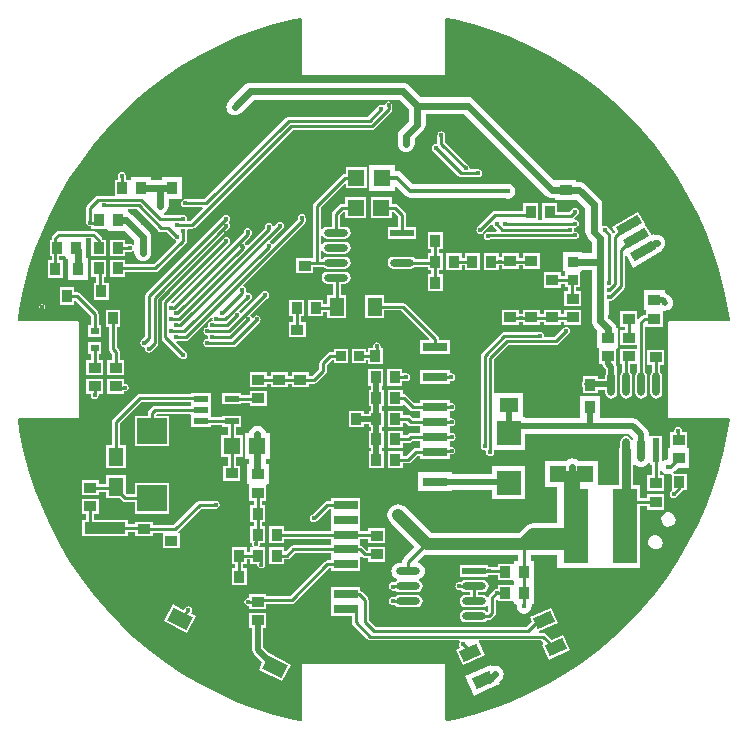
<source format=gbl>
%FSLAX44Y44*%
%MOMM*%
G71*
G01*
G75*
G04 Layer_Physical_Order=2*
G04 Layer_Color=16711680*
%ADD10R,1.3500X0.3000*%
%ADD11R,1.3500X0.2500*%
%ADD12R,0.5000X1.7000*%
G04:AMPARAMS|DCode=13|XSize=0.32mm|YSize=1.7mm|CornerRadius=0.08mm|HoleSize=0mm|Usage=FLASHONLY|Rotation=0.000|XOffset=0mm|YOffset=0mm|HoleType=Round|Shape=RoundedRectangle|*
%AMROUNDEDRECTD13*
21,1,0.3200,1.5400,0,0,0.0*
21,1,0.1600,1.7000,0,0,0.0*
1,1,0.1600,0.0800,-0.7700*
1,1,0.1600,-0.0800,-0.7700*
1,1,0.1600,-0.0800,0.7700*
1,1,0.1600,0.0800,0.7700*
%
%ADD13ROUNDEDRECTD13*%
G04:AMPARAMS|DCode=14|XSize=1.5mm|YSize=0.8mm|CornerRadius=0mm|HoleSize=0mm|Usage=FLASHONLY|Rotation=330.000|XOffset=0mm|YOffset=0mm|HoleType=Round|Shape=Rectangle|*
%AMROTATEDRECTD14*
4,1,4,-0.8495,0.0286,-0.4495,0.7214,0.8495,-0.0286,0.4495,-0.7214,-0.8495,0.0286,0.0*
%
%ADD14ROTATEDRECTD14*%

G04:AMPARAMS|DCode=15|XSize=1.5mm|YSize=1mm|CornerRadius=0mm|HoleSize=0mm|Usage=FLASHONLY|Rotation=240.000|XOffset=0mm|YOffset=0mm|HoleType=Round|Shape=Rectangle|*
%AMROTATEDRECTD15*
4,1,4,-0.0580,0.8995,0.8080,0.3995,0.0580,-0.8995,-0.8080,-0.3995,-0.0580,0.8995,0.0*
%
%ADD15ROTATEDRECTD15*%

G04:AMPARAMS|DCode=16|XSize=3mm|YSize=2.1mm|CornerRadius=0mm|HoleSize=0mm|Usage=FLASHONLY|Rotation=203.500|XOffset=0mm|YOffset=0mm|HoleType=Round|Shape=Rectangle|*
%AMROTATEDRECTD16*
4,1,4,0.9569,1.5610,1.7943,-0.3648,-0.9569,-1.5610,-1.7943,0.3648,0.9569,1.5610,0.0*
%
%ADD16ROTATEDRECTD16*%

G04:AMPARAMS|DCode=17|XSize=2.1mm|YSize=0.8mm|CornerRadius=0mm|HoleSize=0mm|Usage=FLASHONLY|Rotation=203.500|XOffset=0mm|YOffset=0mm|HoleType=Round|Shape=Rectangle|*
%AMROTATEDRECTD17*
4,1,4,0.8034,0.7855,1.1224,0.0519,-0.8034,-0.7855,-1.1224,-0.0519,0.8034,0.7855,0.0*
%
%ADD17ROTATEDRECTD17*%

G04:AMPARAMS|DCode=18|XSize=1.2954mm|YSize=1.1938mm|CornerRadius=0mm|HoleSize=0mm|Usage=FLASHONLY|Rotation=344.000|XOffset=0mm|YOffset=0mm|HoleType=Round|Shape=Rectangle|*
%AMROTATEDRECTD18*
4,1,4,-0.7871,-0.3952,-0.4581,0.7523,0.7871,0.3952,0.4581,-0.7523,-0.7871,-0.3952,0.0*
%
%ADD18ROTATEDRECTD18*%

G04:AMPARAMS|DCode=19|XSize=1.2954mm|YSize=1.1938mm|CornerRadius=0mm|HoleSize=0mm|Usage=FLASHONLY|Rotation=325.000|XOffset=0mm|YOffset=0mm|HoleType=Round|Shape=Rectangle|*
%AMROTATEDRECTD19*
4,1,4,-0.8729,-0.1175,-0.1882,0.8605,0.8729,0.1175,0.1882,-0.8605,-0.8729,-0.1175,0.0*
%
%ADD19ROTATEDRECTD19*%

%ADD20C,0.6000*%
%ADD21C,0.2540*%
%ADD22C,1.0000*%
%ADD23C,0.4000*%
%ADD24C,0.3000*%
G04:AMPARAMS|DCode=25|XSize=4mm|YSize=4mm|CornerRadius=2mm|HoleSize=0mm|Usage=FLASHONLY|Rotation=0.000|XOffset=0mm|YOffset=0mm|HoleType=Round|Shape=RoundedRectangle|*
%AMROUNDEDRECTD25*
21,1,4.0000,0.0000,0,0,0.0*
21,1,0.0000,4.0000,0,0,0.0*
1,1,4.0000,0.0000,0.0000*
1,1,4.0000,0.0000,0.0000*
1,1,4.0000,0.0000,0.0000*
1,1,4.0000,0.0000,0.0000*
%
%ADD25ROUNDEDRECTD25*%
%ADD26C,0.0254*%
%ADD27C,0.4500*%
G04:AMPARAMS|DCode=28|XSize=3mm|YSize=2.1mm|CornerRadius=0mm|HoleSize=0mm|Usage=FLASHONLY|Rotation=210.000|XOffset=0mm|YOffset=0mm|HoleType=Round|Shape=Rectangle|*
%AMROTATEDRECTD28*
4,1,4,0.7740,1.6593,1.8240,-0.1593,-0.7740,-1.6593,-1.8240,0.1593,0.7740,1.6593,0.0*
%
%ADD28ROTATEDRECTD28*%

G04:AMPARAMS|DCode=29|XSize=2.1mm|YSize=0.8mm|CornerRadius=0mm|HoleSize=0mm|Usage=FLASHONLY|Rotation=210.000|XOffset=0mm|YOffset=0mm|HoleType=Round|Shape=Rectangle|*
%AMROTATEDRECTD29*
4,1,4,0.7093,0.8714,1.1093,0.1786,-0.7093,-0.8714,-1.1093,-0.1786,0.7093,0.8714,0.0*
%
%ADD29ROTATEDRECTD29*%

%ADD30R,0.8890X1.0160*%
%ADD31R,2.1000X0.8000*%
%ADD32R,3.0000X2.1000*%
%ADD33R,1.0160X0.8890*%
%ADD34R,1.3970X1.3970*%
%ADD35R,0.8128X0.8128*%
%ADD36R,1.3970X1.3970*%
%ADD37R,1.2700X0.5080*%
%ADD38R,0.8128X0.8128*%
%ADD39R,2.0320X0.6096*%
%ADD40O,2.0320X0.6096*%
%ADD41R,2.0000X2.0000*%
%ADD42R,0.6096X2.0320*%
%ADD43O,0.6096X2.0320*%
%ADD44R,2.5000X2.2000*%
%ADD45R,1.2954X1.6002*%
%ADD46R,1.2000X1.6000*%
%ADD47R,1.6000X1.2000*%
%ADD48R,2.1500X6.3000*%
G04:AMPARAMS|DCode=49|XSize=1.6mm|YSize=1mm|CornerRadius=0mm|HoleSize=0mm|Usage=FLASHONLY|Rotation=24.000|XOffset=0mm|YOffset=0mm|HoleType=Round|Shape=Rectangle|*
%AMROTATEDRECTD49*
4,1,4,-0.5275,-0.7822,-0.9342,0.1314,0.5275,0.7822,0.9342,-0.1314,-0.5275,-0.7822,0.0*
%
%ADD49ROTATEDRECTD49*%

G04:AMPARAMS|DCode=50|XSize=1.8mm|YSize=1.2mm|CornerRadius=0mm|HoleSize=0mm|Usage=FLASHONLY|Rotation=153.000|XOffset=0mm|YOffset=0mm|HoleType=Round|Shape=Rectangle|*
%AMROTATEDRECTD50*
4,1,4,1.0743,0.1260,0.5295,-0.9432,-1.0743,-0.1260,-0.5295,0.9432,1.0743,0.1260,0.0*
%
%ADD50ROTATEDRECTD50*%

%ADD51R,0.8128X1.0668*%
%ADD52R,0.7000X0.6000*%
%ADD53R,3.5000X1.0000*%
%ADD54R,1.0668X0.8128*%
%ADD55C,0.8000*%
%ADD56C,0.5000*%
G36*
X-60698Y297114D02*
Y250000D01*
X-60494Y249506D01*
X-60000Y249302D01*
X60000D01*
X60494Y249506D01*
X60698Y250000D01*
Y297114D01*
X61680Y297919D01*
X67724Y296717D01*
X84254Y292453D01*
X100520Y287269D01*
X116469Y281181D01*
X132051Y274208D01*
X147219Y266372D01*
X161923Y257699D01*
X176117Y248214D01*
X189758Y237949D01*
X202801Y226935D01*
X215206Y215206D01*
X226935Y202801D01*
X237949Y189758D01*
X248214Y176117D01*
X257699Y161923D01*
X266372Y147219D01*
X274208Y132051D01*
X281181Y116469D01*
X287269Y100520D01*
X292453Y84254D01*
X296717Y67724D01*
X300048Y50980D01*
X301364Y41657D01*
X300531Y40698D01*
X250000D01*
X249506Y40494D01*
X249302Y40000D01*
Y-40000D01*
X249302Y-40000D01*
X249302D01*
X249506Y-40494D01*
X250000Y-40698D01*
X300531D01*
X301364Y-41657D01*
X300048Y-50980D01*
X296717Y-67724D01*
X292453Y-84254D01*
X287269Y-100520D01*
X281181Y-116469D01*
X274208Y-132051D01*
X266372Y-147219D01*
X257699Y-161923D01*
X248214Y-176117D01*
X237949Y-189758D01*
X226935Y-202801D01*
X215206Y-215206D01*
X202801Y-226935D01*
X189758Y-237949D01*
X176117Y-248214D01*
X161923Y-257699D01*
X147219Y-266372D01*
X132051Y-274208D01*
X116469Y-281181D01*
X100520Y-287269D01*
X84254Y-292453D01*
X67724Y-296717D01*
X61680Y-297919D01*
X60698Y-297114D01*
Y-250000D01*
X60494Y-249506D01*
X60000Y-249302D01*
X-60000D01*
X-60494Y-249506D01*
X-60698Y-250000D01*
Y-297114D01*
X-61680Y-297919D01*
X-67724Y-296717D01*
X-84254Y-292453D01*
X-100520Y-287269D01*
X-116469Y-281181D01*
X-132051Y-274208D01*
X-147219Y-266372D01*
X-161923Y-257699D01*
X-176117Y-248214D01*
X-189758Y-237949D01*
X-202801Y-226935D01*
X-215206Y-215206D01*
X-226935Y-202801D01*
X-237949Y-189758D01*
X-248214Y-176117D01*
X-257699Y-161923D01*
X-266372Y-147219D01*
X-274208Y-132051D01*
X-281181Y-116469D01*
X-287269Y-100520D01*
X-292453Y-84254D01*
X-296717Y-67724D01*
X-300048Y-50980D01*
X-301364Y-41657D01*
X-300531Y-40698D01*
X-250000D01*
X-249506Y-40494D01*
X-249302Y-40000D01*
Y40000D01*
X-249506Y40494D01*
X-250000Y40698D01*
X-300531D01*
X-301364Y41657D01*
X-300048Y50980D01*
X-296717Y67724D01*
X-292453Y84254D01*
X-287269Y100520D01*
X-281181Y116469D01*
X-274208Y132051D01*
X-266372Y147219D01*
X-257699Y161923D01*
X-248214Y176117D01*
X-237949Y189758D01*
X-226935Y202801D01*
X-215206Y215206D01*
X-202801Y226935D01*
X-189758Y237949D01*
X-176117Y248214D01*
X-161923Y257699D01*
X-147219Y266372D01*
X-132051Y274208D01*
X-116469Y281181D01*
X-100520Y287269D01*
X-84254Y292453D01*
X-67724Y296717D01*
X-61680Y297919D01*
X-60698Y297114D01*
D02*
G37*
%LPC*%
G36*
X-229140Y-7906D02*
X-243300D01*
Y-20796D01*
X-239554D01*
Y-21930D01*
X-239300Y-23206D01*
X-238577Y-24288D01*
X-237496Y-25011D01*
X-236220Y-25264D01*
X-234944Y-25011D01*
X-233862Y-24288D01*
X-233140Y-23206D01*
X-232886Y-21930D01*
Y-20796D01*
X-229140D01*
Y-7906D01*
D02*
G37*
G36*
X245632Y16694D02*
X231472D01*
Y3804D01*
X235766D01*
Y-1604D01*
X235461Y-1809D01*
X234345Y-3478D01*
X233954Y-5448D01*
Y-19672D01*
X234345Y-21642D01*
X235461Y-23311D01*
X237131Y-24427D01*
X239100Y-24819D01*
X241070Y-24427D01*
X242740Y-23311D01*
X243856Y-21642D01*
X244247Y-19672D01*
Y-5448D01*
X243856Y-3478D01*
X242740Y-1809D01*
X242435Y-1604D01*
Y3804D01*
X245632D01*
Y16694D01*
D02*
G37*
G36*
X8064Y630D02*
X-4826D01*
Y-13530D01*
X-2429D01*
Y-17050D01*
X-4286D01*
Y-31210D01*
X-2429D01*
Y-34830D01*
X-4286D01*
Y-37322D01*
X-8266D01*
Y-34830D01*
X-21156D01*
Y-48990D01*
X-8266D01*
Y-46498D01*
X-4286D01*
Y-48990D01*
X-2429D01*
Y-51970D01*
X-4286D01*
Y-66130D01*
X-2429D01*
Y-69120D01*
X-4286D01*
Y-83280D01*
X8604D01*
Y-69120D01*
X6747D01*
Y-66130D01*
X8604D01*
Y-51970D01*
X6747D01*
Y-48990D01*
X8604D01*
Y-34830D01*
X6747D01*
Y-31210D01*
X8604D01*
Y-17050D01*
X6747D01*
Y-13530D01*
X8064D01*
Y630D01*
D02*
G37*
G36*
X128300Y-81930D02*
X100300D01*
Y-88594D01*
X66500D01*
Y-87150D01*
X37500D01*
Y-103150D01*
X66500D01*
Y-101706D01*
X100300D01*
Y-109930D01*
X128300D01*
Y-81930D01*
D02*
G37*
G36*
X24606Y-17050D02*
X11716D01*
Y-31210D01*
X24606D01*
Y-29882D01*
X25779Y-29396D01*
X30491Y-34107D01*
X31573Y-34830D01*
X32848Y-35084D01*
X39500D01*
Y-37652D01*
X39500Y-37652D01*
X39500D01*
X39500Y-37850D01*
Y-38200D01*
Y-38550D01*
X39500Y-38748D01*
X39500Y-38748D01*
X39500D01*
Y-41216D01*
X32866D01*
X31202Y-39553D01*
X30121Y-38830D01*
X28845Y-38576D01*
X24606D01*
Y-34830D01*
X11716D01*
Y-48990D01*
X24606D01*
Y-45244D01*
X27464D01*
X29127Y-46908D01*
X30209Y-47630D01*
X31485Y-47884D01*
X39500D01*
Y-50152D01*
X39500Y-50152D01*
X39500D01*
X39500Y-50550D01*
Y-50800D01*
Y-51050D01*
X39500Y-51448D01*
X39500Y-51448D01*
X39500D01*
Y-53816D01*
X31326D01*
X30051Y-54070D01*
X28969Y-54792D01*
X28045Y-55716D01*
X24606D01*
Y-51970D01*
X11716D01*
Y-66130D01*
X24606D01*
Y-62384D01*
X29427D01*
X30702Y-62130D01*
X31784Y-61407D01*
X31784Y-61407D01*
X31784Y-61407D01*
X32708Y-60484D01*
X39500D01*
Y-62852D01*
X39500Y-62852D01*
X39500D01*
X39500Y-63050D01*
Y-63400D01*
Y-63750D01*
X39500Y-63948D01*
X39500Y-63948D01*
X39500D01*
Y-66416D01*
X35617D01*
X34341Y-66670D01*
X33260Y-67393D01*
X27786Y-72866D01*
X24606D01*
Y-69120D01*
X11716D01*
Y-83280D01*
X24606D01*
Y-79534D01*
X29167D01*
X30443Y-79280D01*
X31525Y-78558D01*
X36998Y-73084D01*
X39500D01*
Y-75750D01*
X64500D01*
Y-71914D01*
X65850D01*
X67126Y-71660D01*
X68208Y-70938D01*
X68930Y-69856D01*
X69184Y-68580D01*
X68930Y-67304D01*
X68208Y-66223D01*
X67126Y-65500D01*
X65850Y-65246D01*
X64500D01*
Y-63948D01*
X64500Y-63948D01*
D01*
D01*
X64500Y-63750D01*
Y-63614D01*
Y-63400D01*
Y-63302D01*
Y-63050D01*
X64500Y-62907D01*
X64500Y-62852D01*
X64500Y-62852D01*
X64500D01*
Y-60484D01*
X66040D01*
X67316Y-60230D01*
X68397Y-59507D01*
X69120Y-58426D01*
X69374Y-57150D01*
X69120Y-55874D01*
X68397Y-54792D01*
X67316Y-54070D01*
X66040Y-53816D01*
X64500D01*
Y-51448D01*
X64500Y-51448D01*
D01*
D01*
X64500Y-51050D01*
Y-50980D01*
Y-50800D01*
X64500Y-50550D01*
D01*
X64500Y-50152D01*
X64500Y-50152D01*
X64500D01*
Y-47884D01*
X65850D01*
X67126Y-47630D01*
X68208Y-46908D01*
X68930Y-45826D01*
X69184Y-44550D01*
X68930Y-43274D01*
X68208Y-42193D01*
X67126Y-41470D01*
X65850Y-41216D01*
X64500D01*
Y-38748D01*
X64500Y-38748D01*
D01*
D01*
X64500Y-38550D01*
Y-38414D01*
Y-38200D01*
Y-38102D01*
Y-37850D01*
X64500Y-37707D01*
X64500Y-37652D01*
X64500Y-37652D01*
X64500D01*
Y-35084D01*
X65850D01*
X67126Y-34830D01*
X68208Y-34107D01*
X68930Y-33026D01*
X69184Y-31750D01*
X68930Y-30474D01*
X68208Y-29392D01*
X67126Y-28670D01*
X65850Y-28416D01*
X64500D01*
Y-25850D01*
X39500D01*
Y-28416D01*
X34229D01*
X27586Y-21772D01*
X26504Y-21050D01*
X25228Y-20796D01*
X24606D01*
Y-17050D01*
D02*
G37*
G36*
X-90710Y-18066D02*
X-104870D01*
Y-21456D01*
X-112000D01*
Y-20250D01*
X-128700D01*
Y-29330D01*
X-112000D01*
Y-28124D01*
X-104870D01*
Y-30956D01*
X-90710D01*
Y-18066D01*
D02*
G37*
G36*
X-230720Y23300D02*
X-241720D01*
Y13300D01*
X-239554D01*
Y8096D01*
X-243300D01*
Y-4794D01*
X-229140D01*
Y8096D01*
X-232886D01*
Y13300D01*
X-230720D01*
Y23300D01*
D02*
G37*
G36*
X-214967Y50552D02*
X-227095D01*
Y35884D01*
X-224365D01*
Y17500D01*
X-224111Y16224D01*
X-223388Y15143D01*
X-221774Y13528D01*
Y8096D01*
X-225520D01*
Y-4794D01*
X-211360D01*
Y8096D01*
X-215106D01*
Y14909D01*
X-215360Y16185D01*
X-216082Y17267D01*
X-217697Y18881D01*
Y35884D01*
X-214967D01*
Y50552D01*
D02*
G37*
G36*
X64500Y-450D02*
X39500D01*
Y-12450D01*
X64500D01*
Y-9784D01*
X65750D01*
X67026Y-9530D01*
X68108Y-8808D01*
X68830Y-7726D01*
X69084Y-6450D01*
X68830Y-5174D01*
X68108Y-4092D01*
X67026Y-3370D01*
X65750Y-3116D01*
X64500D01*
Y-450D01*
D02*
G37*
G36*
X-211360Y-7906D02*
X-225520D01*
Y-20796D01*
X-211360D01*
Y-18574D01*
X-210820D01*
X-209544Y-18320D01*
X-208463Y-17598D01*
X-207740Y-16516D01*
X-207486Y-15240D01*
X-207740Y-13964D01*
X-208463Y-12882D01*
X-209544Y-12160D01*
X-210820Y-11906D01*
X-211360D01*
Y-7906D01*
D02*
G37*
G36*
X24066Y630D02*
X11176D01*
Y-13530D01*
X24066D01*
Y-9784D01*
X27500D01*
X28776Y-9530D01*
X29857Y-8808D01*
X30580Y-7726D01*
X30834Y-6450D01*
X30580Y-5174D01*
X29857Y-4092D01*
X28776Y-3370D01*
X27500Y-3116D01*
X24066D01*
Y630D01*
D02*
G37*
G36*
X-138000Y-20250D02*
X-154700D01*
Y-20796D01*
X-198120D01*
X-199396Y-21050D01*
X-200478Y-21772D01*
X-220798Y-42092D01*
X-221520Y-43174D01*
X-221774Y-44450D01*
Y-63659D01*
X-226917D01*
Y-83661D01*
X-209963D01*
Y-63659D01*
X-215106D01*
Y-45831D01*
X-196739Y-27464D01*
X-154700D01*
Y-28852D01*
X-154700Y-28852D01*
X-154700D01*
X-154700Y-29330D01*
Y-29540D01*
Y-29750D01*
Y-30058D01*
X-155598Y-30956D01*
X-185420D01*
X-186696Y-31210D01*
X-187778Y-31932D01*
X-190317Y-34472D01*
X-191040Y-35554D01*
X-191294Y-36830D01*
Y-39070D01*
X-202460D01*
Y-65070D01*
X-173460D01*
Y-39070D01*
X-183826D01*
X-183987Y-38680D01*
X-183282Y-37624D01*
X-155598D01*
X-154700Y-38522D01*
Y-38830D01*
Y-39040D01*
Y-39250D01*
X-154700Y-39728D01*
X-154700Y-39728D01*
X-154700D01*
Y-48330D01*
X-138000D01*
Y-47124D01*
X-128700D01*
Y-48330D01*
X-123684D01*
Y-55785D01*
X-129000D01*
Y-73755D01*
X-123684D01*
Y-81484D01*
X-127430D01*
Y-94374D01*
X-113270D01*
Y-81484D01*
X-117016D01*
Y-73755D01*
X-111030D01*
Y-55785D01*
X-117016D01*
Y-48330D01*
X-112000D01*
Y-39250D01*
X-128700D01*
Y-40456D01*
X-137102D01*
X-138000Y-39558D01*
X-138000Y-39250D01*
Y-39201D01*
Y-39040D01*
X-138000Y-38830D01*
X-138000Y-38352D01*
X-138000Y-38352D01*
X-138000D01*
Y-30228D01*
X-138000Y-30228D01*
D01*
D01*
X-138000Y-29750D01*
Y-29701D01*
Y-29540D01*
X-138000Y-29330D01*
X-138000Y-28852D01*
X-138000Y-28852D01*
X-138000D01*
Y-20250D01*
D02*
G37*
G36*
X36182Y-190863D02*
X21958D01*
X19988Y-191254D01*
X18319Y-192370D01*
X18115Y-192675D01*
X16351D01*
X15075Y-192929D01*
X13993Y-193652D01*
X13270Y-194734D01*
X13016Y-196010D01*
X13270Y-197285D01*
X13993Y-198367D01*
X15075Y-199090D01*
X16351Y-199344D01*
X18115D01*
X18319Y-199649D01*
X19988Y-200765D01*
X21958Y-201156D01*
X36182D01*
X38152Y-200765D01*
X39821Y-199649D01*
X40937Y-197979D01*
X41329Y-196010D01*
X40937Y-194040D01*
X39821Y-192370D01*
X38152Y-191254D01*
X36182Y-190863D01*
D02*
G37*
G36*
X-11370Y-184400D02*
X-36370D01*
Y-196400D01*
X-36370Y-196400D01*
X-36370Y-197100D01*
X-36370D01*
Y-209100D01*
X-18574D01*
Y-213972D01*
X-18320Y-215247D01*
X-17598Y-216329D01*
X-17598Y-216329D01*
X-17598Y-216329D01*
X-5509Y-228417D01*
X-5509D01*
X-5509Y-228418D01*
X-5509Y-228418D01*
Y-228418D01*
X-4427Y-229140D01*
X-3152Y-229394D01*
X72380D01*
X72979Y-230514D01*
X72569Y-231128D01*
X72315Y-232404D01*
X72569Y-233680D01*
X73292Y-234761D01*
X73066Y-235981D01*
X69901Y-237390D01*
X75596Y-250179D01*
X93867Y-242045D01*
X88708Y-230459D01*
X89400Y-229394D01*
X141816D01*
X143639Y-231217D01*
X143408Y-232466D01*
X142353Y-232936D01*
X148048Y-245725D01*
X166319Y-237590D01*
X160624Y-224801D01*
X150957Y-229105D01*
X145555Y-223703D01*
X144473Y-222980D01*
X143197Y-222726D01*
X140311D01*
X140047Y-221484D01*
X155988Y-214386D01*
X150293Y-201597D01*
X132022Y-209732D01*
X133720Y-213545D01*
X129079Y-218186D01*
X1540D01*
X-4286Y-212360D01*
Y-195199D01*
X-4540Y-193923D01*
X-5263Y-192841D01*
X-10062Y-188043D01*
X-11143Y-187320D01*
X-11370Y-187275D01*
Y-184400D01*
D02*
G37*
G36*
X-170267Y-198901D02*
X-177531Y-213158D01*
X-157928Y-223145D01*
X-150665Y-208889D01*
X-154049Y-207165D01*
X-154370Y-205936D01*
X-153797Y-205079D01*
X-153543Y-203803D01*
X-153797Y-202527D01*
X-154520Y-201445D01*
X-155601Y-200723D01*
X-156877Y-200469D01*
X-158153Y-200723D01*
X-159235Y-201445D01*
X-161273Y-203484D01*
X-170267Y-198901D01*
D02*
G37*
G36*
X99517Y-249818D02*
X77592Y-259580D01*
X84913Y-276024D01*
X98771Y-269854D01*
X99630Y-269741D01*
X101333Y-269035D01*
X102334Y-268267D01*
X106838Y-266262D01*
X106101Y-264607D01*
X108018Y-262691D01*
X109140Y-261229D01*
X109845Y-259526D01*
X110086Y-257699D01*
X109845Y-255871D01*
X109140Y-254168D01*
X108018Y-252706D01*
X106556Y-251584D01*
X104853Y-250879D01*
X103025Y-250638D01*
X101198Y-250879D01*
X100177Y-251302D01*
X99517Y-249818D01*
D02*
G37*
G36*
X-91091Y-206026D02*
X-105251D01*
Y-218916D01*
X-102759D01*
Y-237619D01*
X-102410Y-239374D01*
X-101415Y-240863D01*
X-94276Y-248002D01*
X-97340Y-254017D01*
X-77738Y-264004D01*
X-70474Y-249748D01*
X-88984Y-240317D01*
X-93583Y-235718D01*
Y-218916D01*
X-91091D01*
Y-206026D01*
D02*
G37*
G36*
X-98425Y-47804D02*
X-100252Y-48044D01*
X-101955Y-48749D01*
X-103417Y-49872D01*
X-104539Y-51334D01*
X-105245Y-53037D01*
X-105343Y-53785D01*
X-109410D01*
Y-75755D01*
X-105485D01*
Y-80074D01*
X-107251D01*
Y-96964D01*
X-105251D01*
Y-98076D01*
X-105251D01*
Y-110966D01*
X-101505D01*
Y-114840D01*
X-104616D01*
Y-129000D01*
X-101505D01*
Y-132620D01*
X-104616D01*
Y-146780D01*
X-103124D01*
Y-147320D01*
X-102870Y-148596D01*
X-102413Y-149280D01*
X-103012Y-150400D01*
X-104616D01*
Y-154146D01*
X-107474D01*
Y-150400D01*
X-120364D01*
Y-164560D01*
X-117253D01*
Y-168180D01*
X-120364D01*
Y-182340D01*
X-107474D01*
Y-168180D01*
X-110585D01*
Y-164560D01*
X-107474D01*
Y-160814D01*
X-104616D01*
Y-164560D01*
X-98584D01*
Y-165100D01*
X-98330Y-166376D01*
X-97607Y-167458D01*
X-96526Y-168180D01*
X-95250Y-168434D01*
X-93974Y-168180D01*
X-92893Y-167458D01*
X-92170Y-166376D01*
X-91916Y-165100D01*
Y-164560D01*
X-91726D01*
Y-150400D01*
X-96568D01*
X-97167Y-149280D01*
X-96710Y-148596D01*
X-96456Y-147320D01*
Y-146780D01*
X-91726D01*
Y-132620D01*
X-94837D01*
Y-129000D01*
X-91726D01*
Y-114840D01*
X-94837D01*
Y-110966D01*
X-91091D01*
Y-98076D01*
X-91091D01*
Y-97862D01*
X-90193Y-96964D01*
X-89091D01*
Y-80074D01*
X-91365D01*
Y-75755D01*
X-87440D01*
Y-53785D01*
X-91507D01*
X-91605Y-53037D01*
X-92310Y-51334D01*
X-93433Y-49872D01*
X-94895Y-48749D01*
X-96598Y-48044D01*
X-98425Y-47804D01*
D02*
G37*
G36*
X250356Y-120852D02*
X247975Y-121008D01*
X245834Y-122064D01*
X244260Y-123858D01*
X243493Y-126118D01*
X243649Y-128500D01*
X244704Y-130641D01*
X246499Y-132215D01*
X248759Y-132982D01*
X251141Y-132826D01*
X253282Y-131770D01*
X254856Y-129976D01*
X255623Y-127716D01*
X255467Y-125334D01*
X254411Y-123193D01*
X252617Y-121619D01*
X250356Y-120852D01*
D02*
G37*
G36*
X-209963Y-89059D02*
X-226917D01*
Y-96615D01*
X-232950D01*
Y-93504D01*
X-247110D01*
Y-106394D01*
X-232950D01*
Y-103283D01*
X-226917D01*
Y-109061D01*
X-214932D01*
X-212565Y-111427D01*
X-211484Y-112150D01*
X-210208Y-112404D01*
X-202460D01*
Y-122070D01*
X-173460D01*
Y-96070D01*
X-202460D01*
Y-105736D01*
X-208827D01*
X-209963Y-104600D01*
Y-89059D01*
D02*
G37*
G36*
X-11370Y-108400D02*
X-36370D01*
Y-111066D01*
X-39270D01*
X-40546Y-111320D01*
X-41627Y-112043D01*
X-52555Y-122970D01*
X-53158Y-123372D01*
X-53880Y-124454D01*
X-54134Y-125730D01*
X-53880Y-127006D01*
X-53158Y-128088D01*
X-52076Y-128810D01*
X-50800Y-129064D01*
X-50600D01*
X-49324Y-128810D01*
X-48243Y-128088D01*
X-48242Y-128088D01*
X-48243Y-128088D01*
X-37889Y-117734D01*
X-36370D01*
Y-120202D01*
X-36370Y-120202D01*
X-36370D01*
X-36370Y-120400D01*
Y-120750D01*
Y-121100D01*
X-36370Y-121298D01*
X-36370Y-121298D01*
X-36370D01*
Y-132902D01*
X-36370Y-132902D01*
X-36370D01*
X-36370Y-133100D01*
Y-133450D01*
Y-133800D01*
X-36370Y-133998D01*
X-36370Y-133998D01*
X-36370D01*
Y-136466D01*
X-75724D01*
Y-132620D01*
X-88614D01*
Y-146780D01*
X-75724D01*
Y-143134D01*
X-36370D01*
Y-145402D01*
X-36370Y-145402D01*
X-36370D01*
X-36370Y-145800D01*
Y-146050D01*
Y-146300D01*
X-36370Y-146698D01*
X-36370Y-146698D01*
X-36370D01*
Y-148966D01*
X-68157D01*
X-69433Y-149220D01*
X-70515Y-149943D01*
X-74551Y-153979D01*
X-75724Y-153493D01*
Y-150400D01*
X-88614D01*
Y-164560D01*
X-75724D01*
Y-160814D01*
X-73337D01*
X-72061Y-160560D01*
X-70979Y-159838D01*
X-66776Y-155634D01*
X-36370D01*
Y-158102D01*
X-36370Y-158102D01*
X-36370D01*
X-36370Y-158300D01*
Y-158650D01*
Y-159000D01*
X-36370Y-159198D01*
X-36370Y-159198D01*
X-36370D01*
Y-161666D01*
X-39270D01*
X-40546Y-161920D01*
X-41627Y-162642D01*
X-70750Y-191765D01*
X-91091D01*
Y-190024D01*
X-105251D01*
Y-193135D01*
X-106221D01*
X-107496Y-193389D01*
X-108578Y-194111D01*
X-109301Y-195193D01*
X-109555Y-196469D01*
X-109301Y-197745D01*
X-108578Y-198827D01*
X-107496Y-199549D01*
X-106221Y-199803D01*
X-105251D01*
Y-202914D01*
X-91091D01*
Y-198433D01*
X-69369D01*
X-68093Y-198179D01*
X-67011Y-197456D01*
X-67011Y-197457D01*
X-67011Y-197456D01*
X-37889Y-168334D01*
X-36370D01*
Y-171000D01*
X-11370D01*
Y-159198D01*
X-11370Y-159198D01*
D01*
D01*
X-11370Y-159000D01*
Y-158864D01*
Y-158834D01*
X-10925Y-158650D01*
X-9895Y-158650D01*
X-9973Y-158572D01*
X-9597Y-158948D01*
X-9597D01*
X-9597Y-158949D01*
X-9596D01*
X-9596Y-158949D01*
Y-158949D01*
X-9596Y-158949D01*
Y-158949D01*
X-8515Y-159671D01*
X-7239Y-159925D01*
X-4540D01*
Y-163036D01*
X9620D01*
Y-150146D01*
X-4540D01*
Y-153257D01*
X-5858D01*
X-9172Y-149943D01*
X-10254Y-149220D01*
X-11370Y-148998D01*
Y-146698D01*
X-11370Y-146698D01*
D01*
D01*
X-11370Y-146300D01*
Y-146230D01*
Y-146050D01*
X-11370Y-145800D01*
D01*
X-11370Y-145402D01*
X-11370Y-145402D01*
X-11370D01*
Y-143134D01*
X-4540D01*
Y-147034D01*
X9620D01*
Y-134144D01*
X-4540D01*
Y-136466D01*
X-11370D01*
Y-133998D01*
X-11370Y-133998D01*
D01*
D01*
X-11370Y-133800D01*
Y-133664D01*
Y-133450D01*
Y-133352D01*
Y-133100D01*
X-11370Y-132957D01*
X-11370Y-132902D01*
X-11370Y-132902D01*
X-11370D01*
Y-121298D01*
X-11370Y-121298D01*
D01*
D01*
X-11370Y-121100D01*
Y-120964D01*
Y-120750D01*
Y-120652D01*
Y-120400D01*
X-11370Y-120257D01*
X-11370Y-120202D01*
X-11370Y-120202D01*
X-11370D01*
Y-108400D01*
D02*
G37*
G36*
X239256Y-140077D02*
X236875Y-140234D01*
X234734Y-141289D01*
X233160Y-143084D01*
X232393Y-145344D01*
X232549Y-147726D01*
X233605Y-149867D01*
X235399Y-151441D01*
X237659Y-152208D01*
X240041Y-152052D01*
X242182Y-150996D01*
X243756Y-149201D01*
X244523Y-146941D01*
X244367Y-144559D01*
X243311Y-142419D01*
X241517Y-140845D01*
X239256Y-140077D01*
D02*
G37*
G36*
X-232950Y-109506D02*
X-247110D01*
Y-122396D01*
X-243364D01*
Y-127180D01*
X-247010D01*
Y-141180D01*
X-208011D01*
Y-137514D01*
X-201758D01*
Y-141357D01*
X-187090D01*
Y-138627D01*
X-178822D01*
Y-138627D01*
Y-138767D01*
X-178822Y-139525D01*
X-178822Y-139525D01*
X-178822D01*
Y-150895D01*
X-164154D01*
Y-138767D01*
X-165210D01*
X-165743Y-137969D01*
X-165898Y-137593D01*
X-146039Y-117734D01*
X-133740D01*
X-132464Y-117480D01*
X-131382Y-116757D01*
X-130659Y-115676D01*
X-130406Y-114400D01*
X-130659Y-113124D01*
X-131382Y-112043D01*
X-132464Y-111320D01*
X-133740Y-111066D01*
X-147420D01*
X-148696Y-111320D01*
X-149777Y-112043D01*
X-169694Y-131959D01*
X-187090D01*
Y-129229D01*
X-201758D01*
Y-130846D01*
X-208011D01*
Y-127180D01*
X-236696D01*
Y-122396D01*
X-232950D01*
Y-109506D01*
D02*
G37*
G36*
X-237490Y117634D02*
X-266298D01*
X-267574Y117380D01*
X-268656Y116657D01*
X-271818Y113495D01*
X-272541Y112413D01*
X-272795Y111137D01*
Y109950D01*
X-274318D01*
Y95790D01*
X-272795D01*
Y92538D01*
X-275525D01*
Y77870D01*
X-263397D01*
Y92538D01*
X-266127D01*
Y95790D01*
X-261428D01*
Y95790D01*
X-261214D01*
X-260316Y94892D01*
Y93790D01*
X-258449D01*
Y75870D01*
X-242321D01*
Y94538D01*
X-243325D01*
Y101308D01*
X-243426Y102078D01*
Y110966D01*
X-239236D01*
Y109950D01*
X-239236Y109950D01*
X-239236Y109950D01*
Y109950D01*
D01*
Y95790D01*
X-226346D01*
Y109950D01*
X-229526D01*
X-229711Y110877D01*
X-230433Y111959D01*
X-235133Y116657D01*
X-236214Y117380D01*
X-237490Y117634D01*
D02*
G37*
G36*
X24768Y242643D02*
X-104650D01*
X-106477Y242402D01*
X-108180Y241697D01*
X-109642Y240575D01*
X-122777Y227440D01*
X-123899Y225978D01*
X-124604Y224275D01*
X-124845Y222448D01*
X-124604Y220620D01*
X-123899Y218918D01*
X-122777Y217455D01*
X-121314Y216333D01*
X-119612Y215628D01*
X-117784Y215387D01*
X-115957Y215628D01*
X-114254Y216333D01*
X-112792Y217455D01*
X-101725Y228522D01*
X21843D01*
X29770Y220595D01*
Y210375D01*
X22508Y203112D01*
X21386Y201650D01*
X20680Y199947D01*
X20440Y198120D01*
Y191060D01*
X20680Y189232D01*
X21386Y187529D01*
X22508Y186067D01*
X23970Y184945D01*
X25673Y184240D01*
X27500Y183999D01*
X29327Y184240D01*
X31030Y184945D01*
X32492Y186067D01*
X33614Y187529D01*
X34320Y189232D01*
X34560Y191060D01*
Y195196D01*
X41822Y202458D01*
X42944Y203920D01*
X43650Y205623D01*
X43890Y207450D01*
Y216460D01*
X76641D01*
X146074Y147027D01*
X147536Y145905D01*
X149239Y145199D01*
X151066Y144959D01*
X153480D01*
Y143574D01*
X171640D01*
X171640Y143574D01*
Y143574D01*
X172213Y143811D01*
X179208Y136816D01*
Y116595D01*
X179208Y116595D01*
X179208D01*
X179448Y114768D01*
X180154Y113065D01*
X181276Y111603D01*
X184710Y108169D01*
Y98500D01*
X176405D01*
Y99504D01*
X160277D01*
Y83376D01*
X162277D01*
Y82264D01*
X162277D01*
Y79153D01*
X158210D01*
Y82264D01*
X144050D01*
Y69374D01*
X158210D01*
Y72485D01*
X162277D01*
Y70136D01*
X164626D01*
Y66516D01*
X161261D01*
Y53626D01*
X175421D01*
Y66516D01*
X171294D01*
Y70136D01*
X174405D01*
Y82264D01*
X174405D01*
Y82478D01*
X175303Y83376D01*
X176405D01*
Y84380D01*
X184710D01*
Y73500D01*
Y68500D01*
Y41040D01*
X184950Y39212D01*
X185655Y37510D01*
X186778Y36047D01*
X189040Y33785D01*
Y18606D01*
X191040D01*
Y17494D01*
X191040D01*
Y4604D01*
X193626D01*
X193881Y3324D01*
X194876Y1836D01*
X196412Y299D01*
Y-3228D01*
X196245Y-3478D01*
X195854Y-5448D01*
Y-7972D01*
X189706D01*
Y-5620D01*
X176816D01*
Y-10348D01*
X176511Y-10804D01*
X176162Y-12560D01*
X176511Y-14316D01*
X176816Y-14772D01*
Y-19780D01*
X189706D01*
Y-17148D01*
X195854D01*
Y-19672D01*
X196245Y-21642D01*
X197361Y-23311D01*
X199031Y-24427D01*
X201000Y-24819D01*
X202970Y-24427D01*
X204640Y-23311D01*
X205756Y-21642D01*
X206147Y-19672D01*
Y-5448D01*
X205756Y-3478D01*
X205589Y-3228D01*
Y2200D01*
X205239Y3955D01*
X205025Y4276D01*
X205200Y4604D01*
X205200D01*
X205200Y4604D01*
Y17494D01*
X205200D01*
Y17708D01*
X206098Y18606D01*
X207200D01*
Y35496D01*
X205074D01*
X204940Y36517D01*
X204235Y38220D01*
X203112Y39682D01*
X203032Y39762D01*
X198830Y43964D01*
Y57379D01*
X199390Y57838D01*
X199790D01*
X201066Y58092D01*
X202147Y58815D01*
X211892Y68559D01*
X211892Y68559D01*
X211892Y68559D01*
X212614Y69641D01*
X212868Y70917D01*
Y95854D01*
X214095Y96183D01*
X219804Y86294D01*
X244919Y100794D01*
X244366Y101752D01*
X244910Y102170D01*
X246032Y103632D01*
X246737Y105335D01*
X246978Y107162D01*
X246737Y108989D01*
X246032Y110692D01*
X244910Y112155D01*
X243447Y113277D01*
X241745Y113982D01*
X239917Y114223D01*
X237972D01*
X237223Y114124D01*
X236919Y114650D01*
X235965Y114099D01*
X234738Y114428D01*
X229937Y122743D01*
X229937Y122743D01*
X229687Y123176D01*
X229687D01*
X229687Y123177D01*
X223687Y133569D01*
X202036Y121069D01*
X204473Y116848D01*
X203471Y115845D01*
X202207Y115970D01*
X201747Y116657D01*
X197938Y120468D01*
X196856Y121190D01*
X195580Y121444D01*
X194310Y121192D01*
X193328Y121997D01*
Y139741D01*
X193088Y141568D01*
X192383Y143271D01*
X191261Y144733D01*
X178982Y157011D01*
X177520Y158133D01*
X175817Y158839D01*
X173990Y159079D01*
X171640D01*
Y160464D01*
X153480D01*
X153480Y160464D01*
Y160464D01*
X152862Y160208D01*
X84557Y228512D01*
X83095Y229634D01*
X81392Y230340D01*
X79565Y230580D01*
X39755D01*
X29760Y240575D01*
X28298Y241697D01*
X26595Y242402D01*
X24768Y242643D01*
D02*
G37*
G36*
X-60960Y131604D02*
X-62236Y131350D01*
X-63317Y130627D01*
X-64040Y129546D01*
X-64294Y128270D01*
Y127041D01*
X-85152Y106183D01*
X-86416Y106307D01*
X-86543Y106497D01*
X-87624Y107220D01*
X-87764Y107248D01*
X-88133Y108463D01*
X-77034Y119563D01*
X-76311Y120644D01*
X-76057Y121920D01*
X-76311Y123196D01*
X-77034Y124277D01*
X-78116Y125000D01*
X-79391Y125254D01*
X-80667Y125000D01*
X-81749Y124277D01*
X-84582Y121445D01*
X-85797Y121813D01*
X-85820Y121926D01*
X-86543Y123007D01*
X-87624Y123730D01*
X-88900Y123984D01*
X-90176Y123730D01*
X-91257Y123007D01*
X-91980Y121926D01*
X-92234Y120650D01*
Y120213D01*
X-106812Y105635D01*
X-108076Y105759D01*
X-108599Y106541D01*
X-108789Y106668D01*
X-108913Y107932D01*
X-104398Y112447D01*
X-103675Y113529D01*
X-103421Y114805D01*
Y116764D01*
X-103675Y118040D01*
X-104398Y119122D01*
X-105480Y119845D01*
X-106756Y120098D01*
X-108032Y119845D01*
X-109113Y119122D01*
X-109836Y118040D01*
X-110090Y116764D01*
Y116186D01*
X-170216Y56059D01*
X-171462Y56307D01*
X-171752Y57007D01*
X-122347Y106412D01*
X-121625Y107494D01*
X-121371Y108770D01*
X-121625Y110045D01*
X-122347Y111127D01*
X-123429Y111850D01*
X-124705Y112104D01*
X-125981Y111850D01*
X-127063Y111127D01*
X-178888Y59302D01*
X-179610Y58221D01*
X-179864Y56945D01*
Y27490D01*
X-179610Y26214D01*
X-178888Y25133D01*
X-163647Y9893D01*
X-162566Y9170D01*
X-161290Y8916D01*
X-160014Y9170D01*
X-158933Y9893D01*
X-158210Y10974D01*
X-157956Y12250D01*
X-158210Y13526D01*
X-158933Y14607D01*
X-167318Y22993D01*
X-166831Y24166D01*
X-159120D01*
X-157844Y24420D01*
X-156762Y25143D01*
X-137416Y44488D01*
X-136350Y43776D01*
X-136604Y42500D01*
X-136350Y41224D01*
X-136350D01*
X-137160Y40834D01*
X-138436Y40580D01*
X-139517Y39857D01*
X-140240Y38776D01*
X-140494Y37500D01*
X-140240Y36224D01*
X-140240D01*
X-140970Y35834D01*
X-142246Y35580D01*
X-143328Y34857D01*
X-144050Y33776D01*
X-144304Y32500D01*
X-144050Y31224D01*
X-143328Y30143D01*
X-142246Y29420D01*
X-141074Y29187D01*
X-140369Y28131D01*
X-140494Y27500D01*
X-140240Y26224D01*
X-140240D01*
X-140970Y25834D01*
X-142246Y25580D01*
X-143328Y24857D01*
X-144050Y23776D01*
X-144304Y22500D01*
X-144050Y21224D01*
X-143328Y20143D01*
X-142246Y19420D01*
X-140970Y19166D01*
X-119060D01*
X-117784Y19420D01*
X-116702Y20143D01*
X-96702Y40142D01*
X-95980Y41224D01*
X-95726Y42500D01*
X-95980Y43776D01*
X-96702Y44858D01*
X-97784Y45580D01*
X-99060Y45834D01*
X-100336Y45580D01*
X-101418Y44858D01*
X-102337Y43938D01*
X-103601Y44062D01*
X-104132Y44858D01*
X-104323Y44984D01*
X-104447Y46248D01*
X-90618Y60078D01*
X-89682Y60703D01*
X-88960Y61784D01*
X-88706Y63060D01*
X-88960Y64336D01*
X-89682Y65418D01*
X-90764Y66140D01*
X-92040Y66394D01*
X-92350D01*
X-93626Y66140D01*
X-94708Y65418D01*
X-112119Y48007D01*
X-113383Y48131D01*
X-113510Y48321D01*
X-113700Y48448D01*
X-113825Y49712D01*
X-104132Y59404D01*
X-103410Y60486D01*
X-103156Y61761D01*
X-103410Y63037D01*
X-104132Y64119D01*
X-105214Y64842D01*
X-106490Y65096D01*
X-106868Y65020D01*
X-107849Y65826D01*
Y67310D01*
X-108103Y68586D01*
X-108826Y69668D01*
X-109907Y70390D01*
X-109926Y70394D01*
X-110295Y71609D01*
X-58602Y123302D01*
X-58602Y123302D01*
X-58602Y123302D01*
X-57880Y124384D01*
X-57626Y125660D01*
Y128270D01*
X-57880Y129546D01*
X-58602Y130627D01*
X-59684Y131350D01*
X-60960Y131604D01*
D02*
G37*
G36*
X105886Y98520D02*
X92996D01*
Y84360D01*
X105886D01*
Y88106D01*
X108490D01*
Y85376D01*
X122650D01*
Y88106D01*
X126270D01*
Y85376D01*
X140430D01*
Y98266D01*
X126270D01*
Y94774D01*
X122650D01*
Y98266D01*
X108490D01*
Y95872D01*
X107508Y95066D01*
X107061Y95155D01*
X106868Y95117D01*
X105886Y95922D01*
Y98520D01*
D02*
G37*
G36*
X58558Y116300D02*
X45668D01*
Y102140D01*
X48779D01*
Y98520D01*
X45554D01*
Y93844D01*
X34945D01*
X34741Y94150D01*
X33072Y95266D01*
X31102Y95657D01*
X16878D01*
X14908Y95266D01*
X13239Y94150D01*
X12123Y92480D01*
X11731Y90511D01*
X12123Y88541D01*
X13239Y86871D01*
X14908Y85755D01*
X16878Y85364D01*
X31102D01*
X33072Y85755D01*
X34741Y86871D01*
X34945Y87176D01*
X45554D01*
Y84360D01*
X48779D01*
Y80740D01*
X45554D01*
Y66580D01*
X58444D01*
Y80740D01*
X55447D01*
Y84360D01*
X58444D01*
Y98520D01*
X55447D01*
Y102140D01*
X58558D01*
Y116300D01*
D02*
G37*
G36*
X89884Y98520D02*
X76994D01*
Y94774D01*
X74446D01*
Y98520D01*
X61556D01*
Y84360D01*
X74446D01*
Y88106D01*
X76994D01*
Y84360D01*
X89884D01*
Y98520D01*
D02*
G37*
G36*
X-5620Y171545D02*
X-23590D01*
Y165894D01*
X-24130D01*
X-25406Y165640D01*
X-26488Y164918D01*
X-50617Y140787D01*
X-51340Y139706D01*
X-51594Y138430D01*
Y94456D01*
X-65500D01*
Y81566D01*
X-51340D01*
Y87176D01*
X-42846D01*
X-42641Y86871D01*
X-40972Y85755D01*
X-39002Y85364D01*
X-24778D01*
X-22808Y85755D01*
X-21139Y86871D01*
X-20023Y88541D01*
X-19631Y90511D01*
X-20023Y92480D01*
X-21139Y94150D01*
X-22808Y95266D01*
X-24778Y95657D01*
X-39002D01*
X-40972Y95266D01*
X-42641Y94150D01*
X-42846Y93844D01*
X-44926D01*
Y100803D01*
X-43711Y101171D01*
X-42641Y99571D01*
X-40972Y98455D01*
X-39002Y98064D01*
X-24778D01*
X-22808Y98455D01*
X-21139Y99571D01*
X-20023Y101241D01*
X-19631Y103210D01*
X-20023Y105180D01*
X-21139Y106850D01*
X-22808Y107966D01*
X-24778Y108357D01*
X-39002D01*
X-40972Y107966D01*
X-42641Y106850D01*
X-43711Y105250D01*
X-44926Y105618D01*
Y113503D01*
X-43711Y113871D01*
X-42641Y112271D01*
X-40972Y111155D01*
X-39002Y110764D01*
X-24778D01*
X-22808Y111155D01*
X-21139Y112271D01*
X-20023Y113941D01*
X-19631Y115911D01*
X-20023Y117880D01*
X-21139Y119550D01*
X-22808Y120666D01*
X-24778Y121057D01*
X-28556D01*
Y130559D01*
X-25423Y133692D01*
X-24249Y133206D01*
Y128175D01*
X-6280D01*
Y146145D01*
X-24249D01*
Y140494D01*
X-26670D01*
X-27946Y140240D01*
X-29028Y139517D01*
X-34248Y134298D01*
X-34970Y133216D01*
X-35224Y131940D01*
Y121057D01*
X-39002D01*
X-40972Y120666D01*
X-42641Y119550D01*
X-43711Y117950D01*
X-44926Y118318D01*
Y137049D01*
X-24763Y157212D01*
X-23590Y156726D01*
Y153575D01*
X-5620D01*
Y171545D01*
D02*
G37*
G36*
X57150Y201699D02*
X55874Y201445D01*
X54792Y200722D01*
X54070Y199641D01*
X53816Y198365D01*
Y191603D01*
X52834Y190798D01*
X52500Y190864D01*
X51224Y190610D01*
X50142Y189888D01*
X49420Y188806D01*
X49166Y187530D01*
X49420Y186254D01*
X50142Y185173D01*
X71642Y163673D01*
X71642D01*
X71642Y163673D01*
X71642D01*
X71642Y163673D01*
Y163673D01*
X71642Y163673D01*
Y163673D01*
X72724Y162950D01*
X74000Y162696D01*
X88560D01*
X89836Y162950D01*
X90918Y163673D01*
X91048Y163803D01*
X91771Y164885D01*
X92025Y166161D01*
X91771Y167436D01*
X91048Y168518D01*
X89966Y169241D01*
X88691Y169495D01*
X88036Y169364D01*
X81955D01*
X81150Y170346D01*
X81194Y170570D01*
X80941Y171846D01*
X80218Y172928D01*
X60484Y192661D01*
Y198365D01*
X60230Y199641D01*
X59507Y200722D01*
X58426Y201445D01*
X57150Y201699D01*
D02*
G37*
G36*
X12500Y227054D02*
X11224Y226800D01*
X10143Y226077D01*
X9420Y224996D01*
X9198Y223879D01*
X8024Y223393D01*
X7601Y223676D01*
X6326Y223930D01*
X5050Y223676D01*
X3968Y222953D01*
X-4831Y214154D01*
X-71980D01*
X-73256Y213900D01*
X-74338Y213178D01*
X-143447Y144068D01*
X-159932D01*
X-161208Y143815D01*
X-162290Y143092D01*
X-163013Y142010D01*
X-163267Y140735D01*
X-163013Y139459D01*
X-162290Y138377D01*
X-161208Y137654D01*
X-159932Y137400D01*
X-145353D01*
X-144867Y136227D01*
X-155260Y125834D01*
X-157576D01*
X-158381Y126816D01*
X-158245Y127500D01*
X-158499Y128776D01*
X-159222Y129858D01*
X-160303Y130580D01*
X-161579Y130834D01*
X-177542D01*
X-177789Y132080D01*
X-177220Y132316D01*
X-175758Y133438D01*
X-174636Y134900D01*
X-173930Y136603D01*
X-173690Y138430D01*
Y144590D01*
X-162299D01*
Y162750D01*
X-179188D01*
Y160730D01*
X-188405D01*
Y162750D01*
X-205295D01*
Y160750D01*
X-206407D01*
Y160750D01*
X-209983D01*
Y163935D01*
X-210237Y165211D01*
X-210960Y166292D01*
X-212041Y167015D01*
X-213317Y167269D01*
X-214593Y167015D01*
X-215675Y166292D01*
X-216398Y165211D01*
X-216651Y163935D01*
Y160750D01*
X-219297D01*
Y146844D01*
X-233290D01*
X-234566Y146590D01*
X-235647Y145868D01*
X-242388Y139127D01*
X-243110Y138046D01*
X-243364Y136770D01*
Y124460D01*
X-243364Y124460D01*
X-243364D01*
X-243110Y123184D01*
X-242388Y122102D01*
X-241306Y121380D01*
X-240030Y121126D01*
X-239236D01*
Y119150D01*
X-226346D01*
Y119150D01*
X-226132D01*
X-225234Y118252D01*
Y117150D01*
X-210772D01*
X-202640Y109018D01*
Y105114D01*
X-203856Y104746D01*
X-204207Y105271D01*
X-205289Y105994D01*
X-206564Y106248D01*
X-206785Y106204D01*
X-210344D01*
Y109950D01*
X-223234D01*
Y95790D01*
X-210344D01*
Y99536D01*
X-206608D01*
X-205332Y99790D01*
X-204251Y100513D01*
X-204251Y100512D01*
X-204251Y100513D01*
X-204207Y100556D01*
X-203856Y101082D01*
X-202640Y100713D01*
Y99060D01*
X-202400Y97233D01*
X-201695Y95530D01*
X-200572Y94068D01*
X-199110Y92945D01*
X-197407Y92240D01*
X-195580Y92000D01*
X-193753Y92240D01*
X-192050Y92945D01*
X-190588Y94068D01*
X-189466Y95530D01*
X-188760Y97233D01*
X-188520Y99060D01*
Y111943D01*
X-188760Y113770D01*
X-189466Y115473D01*
X-190588Y116935D01*
X-204875Y131222D01*
X-206337Y132345D01*
X-208040Y133050D01*
X-208344Y133090D01*
Y134738D01*
X-208344Y134738D01*
D01*
D01*
X-208344Y135310D01*
D01*
X-208018Y135636D01*
X-200556D01*
X-182482Y117563D01*
X-181401Y116840D01*
X-180125Y116586D01*
X-175264D01*
X-168821Y110142D01*
X-167739Y109420D01*
X-167516Y109375D01*
X-167148Y108160D01*
X-186236Y89072D01*
X-210344D01*
Y92818D01*
X-223234D01*
Y78658D01*
X-210344D01*
Y82404D01*
X-184855D01*
X-183579Y82658D01*
X-182497Y83381D01*
X-159222Y106656D01*
X-159222Y106656D01*
X-159222Y106656D01*
X-158499Y107738D01*
X-158245Y109014D01*
Y117500D01*
X-158381Y118184D01*
X-157576Y119166D01*
X-153879D01*
X-152604Y119420D01*
X-151522Y120142D01*
X-151522Y120142D01*
X-151522Y120142D01*
X-68719Y202946D01*
X-1569D01*
X-294Y203200D01*
X788Y203923D01*
X788Y203923D01*
X788Y203923D01*
X14858Y217992D01*
X15580Y219074D01*
X15834Y220350D01*
Y223720D01*
X15580Y224996D01*
X14858Y226077D01*
X13776Y226800D01*
X12500Y227054D01*
D02*
G37*
G36*
X15310Y146145D02*
X-2659D01*
Y128175D01*
X15310D01*
Y133255D01*
X16484Y133741D01*
X20656Y129569D01*
Y120958D01*
X11830D01*
Y110863D01*
X36150D01*
Y120958D01*
X27324D01*
Y130950D01*
X27070Y132226D01*
X26347Y133308D01*
X20138Y139517D01*
X19056Y140240D01*
X17780Y140494D01*
X15310D01*
Y146145D01*
D02*
G37*
G36*
X155416Y140580D02*
X142526D01*
Y126834D01*
X139414D01*
Y140580D01*
X126524D01*
Y134144D01*
X102870D01*
X101594Y133890D01*
X100513Y133167D01*
X87812Y120468D01*
X87090Y119386D01*
X86836Y118110D01*
X87090Y116834D01*
X87812Y115752D01*
X88894Y115030D01*
X90170Y114776D01*
X91446Y115030D01*
X92528Y115752D01*
X99688Y122913D01*
X100903Y122544D01*
X101100Y121554D01*
X101823Y120472D01*
X104288Y118007D01*
X103801Y116834D01*
X96895D01*
X95619Y116580D01*
X94537Y115858D01*
X94067Y115387D01*
X93344Y114306D01*
X93090Y113030D01*
X93344Y111754D01*
X94067Y110673D01*
X95149Y109950D01*
X96425Y109696D01*
X97700Y109950D01*
X98024Y110166D01*
X170330D01*
X171606Y110420D01*
X172687Y111143D01*
X173410Y112224D01*
X173664Y113500D01*
X173410Y114776D01*
X172687Y115857D01*
X171606Y116580D01*
X170330Y116834D01*
X169450Y117224D01*
X169450D01*
X169704Y118500D01*
X169450Y119776D01*
X169450Y119776D01*
D01*
X170330Y120166D01*
X171606Y120420D01*
X172687Y121143D01*
X173410Y122224D01*
X173664Y123500D01*
X173410Y124776D01*
X172687Y125857D01*
X171606Y126580D01*
X170330Y126834D01*
X170039D01*
X169552Y128007D01*
X172687Y131143D01*
X173410Y132224D01*
X173664Y133500D01*
X173410Y134776D01*
X172687Y135857D01*
X171606Y136580D01*
X170330Y136834D01*
X169054Y136580D01*
X167973Y135857D01*
X165568Y133453D01*
X155416D01*
Y140580D01*
D02*
G37*
G36*
X17970Y173545D02*
X-4000D01*
Y151575D01*
X17970D01*
Y154610D01*
X19143Y155096D01*
X27074Y147165D01*
X28894Y145949D01*
X31040Y145522D01*
X110663D01*
X111081Y145243D01*
X113520Y144758D01*
X115959Y145243D01*
X118026Y146624D01*
X119407Y148691D01*
X119892Y151130D01*
X119407Y153569D01*
X118026Y155636D01*
X115959Y157017D01*
X113520Y157502D01*
X111081Y157017D01*
X110663Y156738D01*
X33362D01*
X23575Y166525D01*
X21756Y167741D01*
X19610Y168168D01*
X17970D01*
Y173545D01*
D02*
G37*
G36*
X2540Y22945D02*
X1264Y22691D01*
X182Y21968D01*
X-540Y20886D01*
X-794Y19611D01*
Y18510D01*
X-5026D01*
Y14764D01*
X-6636D01*
Y17494D01*
X-18764D01*
Y5366D01*
X-6636D01*
Y8096D01*
X-5026D01*
Y4350D01*
X7864D01*
Y18510D01*
X5874D01*
Y19611D01*
X5620Y20886D01*
X4897Y21968D01*
X3816Y22691D01*
X2540Y22945D01*
D02*
G37*
G36*
X163075Y36354D02*
X161799Y36100D01*
X160718Y35378D01*
X152634Y27294D01*
X145065D01*
X144260Y28276D01*
X144304Y28500D01*
X144050Y29776D01*
X143328Y30858D01*
X142246Y31580D01*
X140970Y31834D01*
X110679D01*
X109403Y31580D01*
X108970Y31291D01*
X108322Y30858D01*
X91622Y14158D01*
X90900Y13077D01*
X90646Y11801D01*
Y-64770D01*
X90900Y-66046D01*
X91622Y-67127D01*
X92704Y-67850D01*
X93980Y-68104D01*
X94204Y-68060D01*
X95186Y-68865D01*
Y-70040D01*
X95440Y-71316D01*
X96163Y-72397D01*
X97244Y-73120D01*
X98520Y-73374D01*
X99796Y-73120D01*
X100878Y-72397D01*
X101600Y-71316D01*
X101854Y-70040D01*
Y-67930D01*
X128300D01*
Y-54360D01*
X216538D01*
X219844Y-57666D01*
Y-58738D01*
X219689Y-59113D01*
X219243Y-59202D01*
X218406Y-59284D01*
X217340Y-57689D01*
X215670Y-56573D01*
X213701Y-56181D01*
X211731Y-56573D01*
X210061Y-57689D01*
X208945Y-59358D01*
X208554Y-61328D01*
Y-65343D01*
X208049Y-66099D01*
X207583Y-68440D01*
Y-97790D01*
X190055D01*
Y-77280D01*
X173188D01*
X173148Y-77228D01*
X171686Y-76106D01*
X169983Y-75401D01*
X168156Y-75160D01*
X166329Y-75401D01*
X164626Y-76106D01*
X163164Y-77228D01*
X163124Y-77280D01*
X145225D01*
Y-99250D01*
X155575D01*
Y-130363D01*
X134879D01*
X132530Y-130673D01*
X130340Y-131579D01*
X128460Y-133022D01*
X122655Y-138827D01*
X49176D01*
X27120Y-116771D01*
X25240Y-115329D01*
X23050Y-114422D01*
X20701Y-114112D01*
X18352Y-114422D01*
X16162Y-115329D01*
X14282Y-116771D01*
X12839Y-118651D01*
X11933Y-120841D01*
X11623Y-123190D01*
X11933Y-125540D01*
X12839Y-127729D01*
X14282Y-129609D01*
X33920Y-149247D01*
Y-150517D01*
X25271Y-159167D01*
X24106Y-160910D01*
X23697Y-162966D01*
Y-163501D01*
X21958D01*
X20118Y-163743D01*
X18404Y-164453D01*
X16931Y-165583D01*
X15802Y-167055D01*
X15091Y-168770D01*
X14849Y-170609D01*
X15091Y-172449D01*
X15802Y-174164D01*
X16931Y-175636D01*
X18404Y-176766D01*
X19743Y-177321D01*
X19832Y-177767D01*
X19914Y-178604D01*
X18319Y-179670D01*
X18115Y-179975D01*
X16351D01*
X15075Y-180229D01*
X13993Y-180952D01*
X13270Y-182034D01*
X13016Y-183309D01*
Y-183783D01*
X13270Y-185059D01*
X13993Y-186140D01*
X15075Y-186863D01*
X16351Y-187117D01*
X17626Y-186863D01*
X17955Y-186644D01*
X18115D01*
X18319Y-186949D01*
X19988Y-188065D01*
X21958Y-188456D01*
X36182D01*
X38152Y-188065D01*
X39821Y-186949D01*
X40937Y-185279D01*
X41329Y-183309D01*
X40937Y-181340D01*
X39821Y-179670D01*
X38226Y-178604D01*
X38308Y-177767D01*
X38397Y-177321D01*
X39736Y-176766D01*
X41209Y-175636D01*
X42338Y-174164D01*
X43049Y-172449D01*
X43291Y-170609D01*
X43049Y-168770D01*
X42338Y-167055D01*
X41209Y-165583D01*
X39736Y-164453D01*
X38022Y-163743D01*
X37564Y-163683D01*
X37155Y-162480D01*
X42993Y-156643D01*
X43066Y-156673D01*
X45415Y-156982D01*
X45416Y-156982D01*
X122008D01*
Y-162370D01*
X118936D01*
Y-164370D01*
X117824D01*
Y-164370D01*
X104934D01*
Y-167276D01*
X97110D01*
Y-165562D01*
X72790D01*
Y-175658D01*
X97110D01*
Y-173944D01*
X104934D01*
Y-178530D01*
X117824D01*
Y-178530D01*
X118038D01*
X118936Y-179428D01*
Y-180530D01*
Y-182150D01*
X117824D01*
Y-182150D01*
X104934D01*
Y-185100D01*
X104140Y-185841D01*
X104140D01*
Y-185841D01*
D01*
D01*
D01*
X102864Y-186095D01*
X101783Y-186818D01*
X101761Y-186851D01*
X101728Y-186873D01*
X97972Y-190628D01*
X97250Y-191710D01*
X97117Y-192377D01*
X95871Y-192624D01*
X95701Y-192370D01*
X94032Y-191254D01*
X92062Y-190863D01*
X88284D01*
Y-188456D01*
X92062D01*
X94032Y-188065D01*
X95701Y-186949D01*
X96817Y-185279D01*
X97209Y-183309D01*
X96817Y-181340D01*
X95701Y-179670D01*
X94032Y-178554D01*
X92062Y-178163D01*
X77838D01*
X75868Y-178554D01*
X74199Y-179670D01*
X73933Y-180068D01*
X72946D01*
X72482Y-179975D01*
X71206Y-180229D01*
X70125Y-180952D01*
X70033Y-181044D01*
X69310Y-182126D01*
X69056Y-183402D01*
X69310Y-184678D01*
X70033Y-185759D01*
X71114Y-186482D01*
X72390Y-186736D01*
X74056D01*
X74199Y-186949D01*
X75868Y-188065D01*
X77838Y-188456D01*
X81616D01*
Y-190863D01*
X77838D01*
X75868Y-191254D01*
X74199Y-192370D01*
X73083Y-194040D01*
X72691Y-196010D01*
X73083Y-197979D01*
X74199Y-199649D01*
X75868Y-200765D01*
X77838Y-201156D01*
X92062D01*
X94032Y-200765D01*
X95701Y-199649D01*
X95781Y-199530D01*
X96996Y-199899D01*
Y-204459D01*
X96080Y-205375D01*
X95701Y-205070D01*
X95701Y-205070D01*
Y-205070D01*
X94032Y-203954D01*
X92062Y-203563D01*
X77838D01*
X75868Y-203954D01*
X74199Y-205070D01*
X73083Y-206740D01*
X72691Y-208710D01*
X73083Y-210679D01*
X74199Y-212349D01*
X75868Y-213465D01*
X77838Y-213856D01*
X92062D01*
X94032Y-213465D01*
X95701Y-212349D01*
X95905Y-212044D01*
X97460D01*
X98736Y-211790D01*
X99818Y-211067D01*
X99818Y-211067D01*
X99818Y-211067D01*
X102688Y-208197D01*
X102688Y-208198D01*
X102688Y-208197D01*
X103410Y-207116D01*
X103664Y-205840D01*
Y-195373D01*
X104720Y-194667D01*
X104934Y-194756D01*
Y-196310D01*
X117824D01*
Y-196310D01*
X118038D01*
X118936Y-197208D01*
Y-198310D01*
X120383D01*
X121189Y-199292D01*
X121009Y-200198D01*
X121494Y-202637D01*
X122875Y-204704D01*
X124942Y-206085D01*
X127381Y-206570D01*
X129820Y-206085D01*
X131887Y-204704D01*
X133268Y-202637D01*
X133753Y-200198D01*
X133573Y-199292D01*
X134379Y-198310D01*
X135826D01*
Y-180530D01*
Y-162370D01*
X132754D01*
Y-156982D01*
X155575D01*
Y-167640D01*
X225425D01*
Y-115475D01*
X231680D01*
Y-118586D01*
X245840D01*
Y-105696D01*
X231680D01*
Y-108807D01*
X225425D01*
Y-97790D01*
X219818D01*
Y-80527D01*
X221021Y-80118D01*
X221374Y-80579D01*
X222846Y-81708D01*
X224561Y-82419D01*
X226401Y-82661D01*
X228240Y-82419D01*
X229955Y-81708D01*
X231427Y-80579D01*
X232557Y-79106D01*
X232807Y-78503D01*
X234053Y-78751D01*
Y-80600D01*
X235426D01*
Y-89694D01*
X231680D01*
Y-102584D01*
X245840D01*
Y-89694D01*
X242094D01*
Y-85645D01*
X243309Y-85276D01*
X244278Y-86727D01*
X246346Y-88108D01*
X248784Y-88593D01*
X251223Y-88108D01*
X252254Y-89651D01*
Y-102330D01*
X252254Y-102330D01*
X252254D01*
X252265Y-102356D01*
X251569Y-103053D01*
X250846Y-104134D01*
X250592Y-105410D01*
X250846Y-106686D01*
X251569Y-107767D01*
X252650Y-108490D01*
X253926Y-108744D01*
X255202Y-108490D01*
X256284Y-107767D01*
X261056Y-102995D01*
X261501Y-102330D01*
X265144D01*
Y-88170D01*
X253987D01*
X253619Y-86955D01*
X255018Y-86020D01*
X257288Y-83750D01*
X267214D01*
Y-66860D01*
X265214D01*
Y-65748D01*
X265214D01*
Y-52858D01*
X261144D01*
Y-51673D01*
X260890Y-50397D01*
X260168Y-49315D01*
X259086Y-48592D01*
X257810Y-48338D01*
X256534Y-48592D01*
X255452Y-49315D01*
X254730Y-50397D01*
X254476Y-51673D01*
Y-52858D01*
X251054D01*
Y-65748D01*
X251054D01*
Y-65962D01*
X250156Y-66860D01*
X249054D01*
Y-75627D01*
X248784Y-75848D01*
X246346Y-76333D01*
X245268Y-77053D01*
X244149Y-76454D01*
Y-56280D01*
X234053D01*
Y-56280D01*
X233855D01*
X232957Y-55382D01*
Y-54950D01*
X232733Y-53254D01*
X232462Y-52599D01*
X232078Y-51673D01*
X231036Y-50315D01*
X223889Y-43168D01*
X222532Y-42126D01*
X221605Y-41742D01*
X220951Y-41471D01*
X219254Y-41248D01*
X191706D01*
Y-40830D01*
X191706D01*
Y-22670D01*
X174816D01*
Y-40830D01*
D01*
Y-40830D01*
X174398Y-41248D01*
X128300D01*
Y-39930D01*
X126600D01*
Y-19970D01*
X102600D01*
D01*
X102600D01*
X101854Y-19224D01*
Y8539D01*
X113941Y20626D01*
X154015D01*
X155291Y20880D01*
X156373Y21602D01*
X156373Y21602D01*
X156373Y21602D01*
X165433Y30663D01*
X166155Y31744D01*
X166409Y33020D01*
X166155Y34296D01*
X165433Y35378D01*
X164351Y36100D01*
X163075Y36354D01*
D02*
G37*
G36*
X-58706Y59150D02*
X-71596D01*
Y44990D01*
X-68485D01*
Y40236D01*
X-71850D01*
Y27346D01*
X-57690D01*
Y40236D01*
X-61817D01*
Y44990D01*
X-58706D01*
Y59150D01*
D02*
G37*
G36*
X-21876Y17494D02*
X-34004D01*
Y14764D01*
X-36700D01*
X-37976Y14510D01*
X-39058Y13787D01*
X-45203Y7642D01*
X-45926Y6560D01*
X-46179Y5285D01*
Y446D01*
X-51800Y-5175D01*
X-55150D01*
Y-2064D01*
X-69310D01*
Y-5175D01*
X-72930D01*
Y-2064D01*
X-87090D01*
Y-5175D01*
X-90710D01*
Y-2064D01*
X-104870D01*
Y-14954D01*
X-90710D01*
Y-11843D01*
X-87090D01*
Y-14954D01*
X-72930D01*
Y-11843D01*
X-69310D01*
Y-14954D01*
X-55150D01*
Y-11843D01*
X-50419D01*
X-49143Y-11589D01*
X-48061Y-10867D01*
X-48061Y-10867D01*
X-48061Y-10867D01*
X-40488Y-3293D01*
X-39765Y-2211D01*
X-39765Y-2211D01*
X-39765Y-2211D01*
X-39511Y-935D01*
Y3904D01*
X-35319Y8096D01*
X-34004D01*
Y5366D01*
X-21876D01*
Y17494D01*
D02*
G37*
G36*
X8760Y63340D02*
X-7240D01*
Y43340D01*
X8760D01*
Y50006D01*
X23069D01*
X46952Y26123D01*
X46466Y24950D01*
X39500D01*
Y12950D01*
X64500D01*
Y24950D01*
X55334D01*
Y25790D01*
X55080Y27066D01*
X54358Y28147D01*
X26807Y55697D01*
X25726Y56420D01*
X24450Y56674D01*
X8760D01*
Y63340D01*
D02*
G37*
G36*
X-125030Y131095D02*
X-126306Y130841D01*
X-127388Y130119D01*
X-192507Y64998D01*
X-193230Y63917D01*
X-193484Y62641D01*
Y28041D01*
X-196667Y24857D01*
X-197390Y23776D01*
X-197644Y22500D01*
X-197390Y21224D01*
X-196667Y20143D01*
X-195586Y19420D01*
X-194414Y19187D01*
X-193709Y18131D01*
X-193834Y17500D01*
X-193580Y16224D01*
X-192857Y15143D01*
X-191776Y14420D01*
X-190500Y14166D01*
X-189224Y14420D01*
X-188143Y15143D01*
X-183253Y20032D01*
X-182530Y21114D01*
X-182276Y22390D01*
Y59380D01*
X-122383Y119273D01*
X-121660Y120354D01*
X-121406Y121630D01*
X-121660Y122906D01*
X-122383Y123988D01*
X-122573Y124115D01*
X-122697Y125379D01*
X-122672Y125403D01*
X-121950Y126485D01*
X-121696Y127761D01*
X-121950Y129037D01*
X-122672Y130119D01*
X-123754Y130841D01*
X-125030Y131095D01*
D02*
G37*
G36*
X-280670Y55736D02*
X-281587Y55554D01*
X-282364Y55034D01*
X-282884Y54257D01*
X-283066Y53340D01*
X-282884Y52423D01*
X-282364Y51646D01*
X-281587Y51126D01*
X-280670Y50944D01*
X-279753Y51126D01*
X-278976Y51646D01*
X-278456Y52423D01*
X-278274Y53340D01*
X-278456Y54257D01*
X-278976Y55034D01*
X-279753Y55554D01*
X-280670Y55736D01*
D02*
G37*
G36*
X-24778Y82957D02*
X-39002D01*
X-40972Y82566D01*
X-42641Y81450D01*
X-43757Y79780D01*
X-44149Y77811D01*
X-43757Y75841D01*
X-42641Y74171D01*
X-40972Y73055D01*
X-39002Y72664D01*
X-34574D01*
Y63340D01*
X-39240D01*
Y55404D01*
X-42704D01*
Y59150D01*
X-55594D01*
Y44990D01*
X-42704D01*
Y48736D01*
X-39240D01*
Y43340D01*
X-23240D01*
Y63340D01*
X-27906D01*
Y72664D01*
X-24778D01*
X-22808Y73055D01*
X-21139Y74171D01*
X-20023Y75841D01*
X-19631Y77811D01*
X-20023Y79780D01*
X-21139Y81450D01*
X-22808Y82566D01*
X-24778Y82957D01*
D02*
G37*
G36*
X-226346Y92818D02*
X-239236D01*
Y78658D01*
X-235215D01*
Y73488D01*
X-236632D01*
Y58820D01*
X-224505D01*
Y73488D01*
X-228547D01*
Y78658D01*
X-226346D01*
Y92818D01*
D02*
G37*
G36*
X-253859Y69602D02*
X-265987D01*
Y54934D01*
X-253859D01*
Y58255D01*
X-252686Y58741D01*
X-239554Y45609D01*
Y37500D01*
X-241720D01*
Y27500D01*
X-230720D01*
Y37500D01*
X-232886D01*
Y46990D01*
X-233140Y48266D01*
X-233862Y49348D01*
X-249141Y64626D01*
X-250222Y65348D01*
X-251498Y65602D01*
X-253859D01*
Y69602D01*
D02*
G37*
G36*
X175421Y50514D02*
X161261D01*
Y46834D01*
X158210D01*
Y50514D01*
X144050D01*
Y46834D01*
X140430D01*
Y50514D01*
X126270D01*
Y46834D01*
X122650D01*
Y50514D01*
X108490D01*
Y37624D01*
X122650D01*
Y40166D01*
X126270D01*
Y37624D01*
X140430D01*
Y40166D01*
X144050D01*
Y37624D01*
X158210D01*
Y40166D01*
X161261D01*
Y37624D01*
X175421D01*
Y50514D01*
D02*
G37*
G36*
X246570Y67246D02*
X228410D01*
Y50356D01*
X230410D01*
Y49244D01*
X230410D01*
Y46133D01*
X229251D01*
X227975Y45879D01*
X226893Y45156D01*
X224153Y42417D01*
X223428Y42717D01*
X222980Y43017D01*
Y49244D01*
X208820D01*
Y36354D01*
X212418D01*
Y33496D01*
X208673D01*
Y20606D01*
X222168D01*
X222168Y20606D01*
Y20606D01*
X222833Y20606D01*
X223066Y20372D01*
Y17494D01*
X223066D01*
X222833D01*
X222168Y17494D01*
X222168Y17494D01*
Y17494D01*
X208673D01*
Y4604D01*
X210366D01*
Y-1604D01*
X210061Y-1809D01*
X208945Y-3478D01*
X208554Y-5448D01*
Y-19672D01*
X208945Y-21642D01*
X210061Y-23311D01*
X211731Y-24427D01*
X213701Y-24819D01*
X215670Y-24427D01*
X217340Y-23311D01*
X218456Y-21642D01*
X218847Y-19672D01*
Y-5448D01*
X218456Y-3478D01*
X217340Y-1809D01*
X217034Y-1604D01*
Y4604D01*
X222168D01*
X222168Y4604D01*
Y4604D01*
X222833Y4604D01*
X223066Y4370D01*
Y-1604D01*
X222761Y-1809D01*
X221645Y-3478D01*
X221254Y-5448D01*
Y-19672D01*
X221645Y-21642D01*
X222761Y-23311D01*
X224431Y-24427D01*
X226401Y-24819D01*
X228370Y-24427D01*
X230040Y-23311D01*
X231156Y-21642D01*
X231547Y-19672D01*
Y-5448D01*
X231156Y-3478D01*
X230040Y-1809D01*
X229734Y-1604D01*
Y36354D01*
X230410D01*
Y36354D01*
X244570D01*
Y49207D01*
X245525Y50044D01*
X246924Y49860D01*
X248621Y50083D01*
X250202Y50738D01*
X251560Y51780D01*
X252602Y53138D01*
X253257Y54719D01*
X253480Y56416D01*
X253257Y58113D01*
X252602Y59694D01*
X251560Y61052D01*
X249175Y63437D01*
X247817Y64479D01*
X246891Y64862D01*
X246570Y64995D01*
Y67246D01*
D02*
G37*
%LPD*%
D20*
X237972Y107162D02*
X239917D01*
X233680Y102870D02*
X237972Y107162D01*
X230760Y102870D02*
X233680D01*
X228362Y100472D02*
X230760Y102870D01*
X191770Y108500D02*
Y111094D01*
Y68500D02*
Y73500D01*
Y88500D01*
Y91440D01*
X227665Y100472D02*
X228362D01*
X224776Y97583D02*
X227665Y100472D01*
X223313Y97583D02*
X224776D01*
X191770Y91440D02*
Y108500D01*
X162560Y152019D02*
X173990D01*
X168341Y91440D02*
X191770D01*
X-98425Y-88265D02*
Y-64770D01*
X-250385Y85204D02*
Y93980D01*
Y101308D01*
X-180750Y153260D02*
X-180340Y153670D01*
X-180750Y138430D02*
Y153260D01*
X-196850Y153670D02*
X-180340D01*
X-170744D01*
X-98425Y-64770D02*
Y-54864D01*
X92215Y-262921D02*
X97803D01*
X103025Y-257699D01*
X-216789Y126230D02*
X-209867D01*
X24768Y235582D02*
X36830Y223520D01*
X-104650Y235582D02*
X24768D01*
X-117784Y222448D02*
X-104650Y235582D01*
X36830Y207450D02*
Y223520D01*
X27500Y198120D02*
X36830Y207450D01*
X198120Y27051D02*
Y34690D01*
X198040Y34770D02*
X198120Y34690D01*
X191770Y41040D02*
Y68500D01*
X-209867Y126230D02*
X-195580Y111943D01*
Y99060D02*
Y111943D01*
X168156Y-100286D02*
Y-88774D01*
Y-82220D01*
X156719Y-88774D02*
X168156D01*
X163627Y-124688D02*
Y-88774D01*
X156210Y-88265D02*
X179070D01*
X171020Y-132080D02*
Y-88774D01*
X27500Y191060D02*
Y198120D01*
X36830Y223520D02*
X79565D01*
X151066Y152019D01*
X162560D01*
X186268Y116595D02*
X191770Y111094D01*
X186268Y116595D02*
Y139741D01*
X173990Y152019D02*
X186268Y139741D01*
X191770Y41040D02*
X198040Y34770D01*
D21*
X53170Y-68580D02*
X65850D01*
Y-57150D02*
X66040D01*
X238760Y-96139D02*
Y-68780D01*
X214081Y-112141D02*
X238760D01*
X215753Y27051D02*
Y42799D01*
X239100Y-12560D02*
Y9701D01*
X213701Y-12560D02*
Y9908D01*
X-23870Y-139800D02*
X1751D01*
X-23870Y-152300D02*
X-11530D01*
X-7239Y-156591D01*
X2540D01*
X-82069Y-139800D02*
X-23870D01*
X52000Y-6450D02*
X65750D01*
X116139Y43500D02*
X124460D01*
X168341D01*
X149860Y75819D02*
X167960D01*
Y60452D02*
Y75819D01*
X-97790Y-8509D02*
X-80010D01*
X-62230D01*
X-31240Y53340D02*
Y75890D01*
X22720Y90511D02*
X51069D01*
X52113Y73774D02*
Y109220D01*
X68001Y91440D02*
X83439D01*
X106680D02*
X107061Y91821D01*
X99441Y91440D02*
X106680D01*
X132969D01*
X-119060Y22500D02*
X-99060Y42500D01*
X-140970Y22500D02*
X-119060D01*
X-121490Y27500D02*
X-106490Y42500D01*
X-137160Y27500D02*
X-121490D01*
X-92350Y63060D02*
X-92040D01*
X-122910Y32500D02*
X-92350Y63060D01*
X-140970Y32500D02*
X-122910D01*
X-190500Y17500D02*
X-185610Y22390D01*
X-124331Y37500D02*
X-115868Y45964D01*
X-137160Y37500D02*
X-124331D01*
X-133270Y42500D02*
X-125751D01*
X-106490Y61761D01*
X-128445Y47500D02*
X-111183Y64762D01*
Y67310D01*
X-159120Y27500D02*
X-60960Y125660D01*
X-167640Y27500D02*
X-159120D01*
X-60960Y125660D02*
Y128270D01*
X6326Y137160D02*
X17780D01*
X23990Y130950D01*
Y115911D02*
Y130950D01*
X-31890Y115911D02*
Y131940D01*
X-26670Y137160D01*
X-15265D01*
X75649Y-232404D02*
X81884Y-238638D01*
Y-239717D02*
Y-238638D01*
X226401Y-12560D02*
Y39949D01*
X229251Y42799D01*
X237490D01*
X-23870Y-190400D02*
X-12419D01*
X139921Y-212059D02*
X144005D01*
X-206608Y102870D02*
X-206564Y102914D01*
X-215879Y102870D02*
X-206608D01*
X-269461Y85204D02*
Y111137D01*
X-266298Y114300D01*
X-236220Y1651D02*
Y18300D01*
Y-21930D02*
Y-14351D01*
X-164098Y-211023D02*
X-156877Y-203803D01*
X143197Y-226060D02*
X152400Y-235263D01*
X130460Y-221520D02*
X139921Y-212059D01*
X-98171Y-139700D02*
Y-121920D01*
Y-104521D01*
X16351Y-183309D02*
X29070D01*
X16351Y-183783D02*
Y-183309D01*
X84950Y-208710D02*
X97460D01*
X100330Y-205840D01*
Y-192985D01*
X104086Y-189230D01*
X72390Y-183402D02*
X72482Y-183309D01*
X72390Y-183402D02*
X84858D01*
X84950Y-196010D02*
Y-183494D01*
X-231881Y67467D02*
X-230569Y66154D01*
X-231881Y67467D02*
Y85738D01*
X-259923Y62268D02*
X-251498D01*
X-236220Y46990D01*
Y32500D02*
Y46990D01*
X-218440Y1651D02*
Y14909D01*
X-221031Y17500D02*
X-218440Y14909D01*
X-221031Y17500D02*
Y43218D01*
X-217551Y-15240D02*
X-210820D01*
X-113919Y-175260D02*
Y-157480D01*
X-98171D01*
X-97790Y-195099D02*
X-69369D01*
X-39270Y-165000D01*
X-23870D01*
X-240030Y-132500D02*
Y-115951D01*
Y-132500D02*
X-238350Y-134180D01*
X-227510D01*
X-218440Y-73660D02*
Y-44450D01*
X-240030Y-99949D02*
X-219329D01*
X-210208Y-109070D01*
X-187960D01*
Y-52070D02*
Y-36830D01*
X-185420Y-34290D01*
X-146350D01*
X-218440Y-44450D02*
X-198120Y-24130D01*
X-147010D01*
X-146350Y-24790D01*
Y-43790D02*
X-120350D01*
Y-86639D02*
Y-43790D01*
Y-24790D02*
X-98069D01*
X253926Y-105410D02*
X258699Y-100637D01*
Y-95250D01*
X-24130Y162560D02*
X-14605D01*
X-48260Y138430D02*
X-24130Y162560D01*
X219247Y111297D02*
X222112D01*
X214463Y122123D02*
X215862D01*
X96425Y113030D02*
X96895Y113500D01*
X104140Y-189175D02*
X104194Y-189230D01*
X111379D01*
X104086D02*
X104194D01*
X97790Y-170609D02*
X110539D01*
X199390Y73660D02*
Y114300D01*
X195580Y118110D02*
X199390Y114300D01*
X209534Y70917D02*
Y101584D01*
X219247Y111297D01*
X204470Y112129D02*
X214463Y122123D01*
X204470Y72390D02*
Y112129D01*
X199390Y67310D02*
X199461D01*
X204470Y72319D01*
X57150Y191280D02*
X77860Y170570D01*
X57150Y191280D02*
Y198365D01*
X88560Y166030D02*
X88691Y166161D01*
X74000Y166030D02*
X88560D01*
X52500Y187530D02*
X74000Y166030D01*
X760Y53340D02*
X24450D01*
X52000Y25790D01*
Y18950D02*
Y25790D01*
X-58420Y88011D02*
X-55921Y90511D01*
X-48260D01*
X-31890D01*
X-48260D02*
Y138430D01*
X-49149Y52070D02*
X-32510D01*
X-62230Y-8509D02*
X-50419D01*
X-213317Y154135D02*
Y163935D01*
Y154135D02*
X-212852Y153670D01*
X-194424Y-135293D02*
X-168313D01*
X-227510Y-134180D02*
X-194424D01*
X-147420Y-114400D02*
X-133740D01*
X-168313Y-135293D02*
X-147420Y-114400D01*
X115570Y60071D02*
Y75819D01*
Y60071D02*
X151130D01*
X124576Y76047D02*
X128042D01*
X115570Y75819D02*
X124576D01*
X128042D02*
X133350D01*
X83370Y109220D02*
X87179Y105410D01*
X68115Y109220D02*
X83370D01*
X84950Y-170609D02*
X97790D01*
X29070D02*
Y-162966D01*
X44132Y-147904D01*
X45415D01*
X93980Y-64770D02*
Y11801D01*
X98520Y-70040D02*
Y9920D01*
X110679Y28500D02*
X140970D01*
X93980Y11801D02*
X110679Y28500D01*
X98520Y9920D02*
X112560Y23960D01*
X127381Y-200198D02*
Y-189230D01*
X-161579Y109014D02*
Y117500D01*
X-184855Y85738D02*
X-161579Y109014D01*
X-215879Y85738D02*
X-184855D01*
X-173883Y119920D02*
X-166463Y112500D01*
X-240030Y124460D02*
Y136770D01*
X-233290Y143510D01*
X-240030Y124460D02*
X-234561D01*
X-232791Y126230D01*
X-65151Y34172D02*
Y52070D01*
X127381Y-189230D02*
Y-148870D01*
X-39270Y-114400D02*
X-23870D01*
X-50600Y-125730D02*
X-39270Y-114400D01*
X-50800Y-125730D02*
X-50600D01*
X-228004Y138970D02*
X-199175D01*
X-180125Y119920D01*
X-173883D01*
X-233290Y143510D02*
X-197294D01*
X-12419Y-190400D02*
X-7620Y-195199D01*
X-23870Y-203100D02*
X-17630D01*
X-15240Y-205490D01*
X159Y-221520D02*
X130460D01*
X-7620Y-213741D02*
X159Y-221520D01*
X-7620Y-213741D02*
Y-195199D01*
X-15240Y-213972D02*
Y-205490D01*
Y-213972D02*
X-3152Y-226060D01*
X143197D01*
X-163811Y37500D02*
X-79391Y121920D01*
X-167640Y37500D02*
X-163811D01*
X-106756Y114805D02*
Y116764D01*
X-165232Y42500D02*
X-88900Y118832D01*
X-171521Y42500D02*
X-165232D01*
X-88900Y118832D02*
Y120650D01*
X-167640Y47500D02*
X-166652D01*
X-110956Y103196D01*
Y104184D01*
X-171521Y52500D02*
X-169060D01*
X-106756Y114805D01*
X-190150Y62641D02*
X-125030Y127761D01*
X-185610Y60760D02*
X-124740Y121630D01*
X-181070Y58880D02*
X-124705Y115245D01*
X-190150Y26660D02*
Y62641D01*
X-194310Y22500D02*
X-190150Y26660D01*
X-185610Y22390D02*
Y60760D01*
X-181070Y21799D02*
Y58880D01*
X-176530Y56945D02*
X-124705Y108770D01*
X-176530Y27490D02*
X-161290Y12250D01*
X-176530Y27490D02*
Y56945D01*
X-171521Y32500D02*
X-160540D01*
X-88900Y104140D01*
X-232791Y102870D02*
Y109601D01*
X-237490Y114300D02*
X-232791Y109601D01*
X-266298Y114300D02*
X-237490D01*
X-3450Y210820D02*
X6326Y220595D01*
X-1569Y206280D02*
X12500Y220350D01*
X-70100Y206280D02*
X-1569D01*
X12500Y220350D02*
Y223720D01*
X96895Y113500D02*
X170330D01*
X110800Y123500D02*
X170330D01*
X104180Y122830D02*
X108510Y118500D01*
X166370D01*
X-106221Y-196469D02*
X-98171D01*
X-82169Y-157480D02*
X-73337D01*
X-68157Y-152300D01*
X-23870D01*
X16351Y-196010D02*
X29070D01*
X18161Y-76200D02*
X29167D01*
X35617Y-69750D01*
X52000D01*
X18161Y-59050D02*
X29427D01*
X31326Y-57150D01*
X51900D01*
X52000Y-57050D01*
X51900Y-57150D02*
X65850D01*
X28845Y-41910D02*
X31485Y-44550D01*
X18161Y-41910D02*
X28845D01*
X31485Y-44550D02*
X52000D01*
X65850D01*
X32848Y-31750D02*
X65850D01*
X18161Y-24130D02*
X25228D01*
X32848Y-31750D01*
X154015Y23960D02*
X163075Y33020D01*
X112560Y23960D02*
X154015D01*
X17621Y-6450D02*
X27500D01*
X-36700Y11430D02*
X-27940D01*
X-50419Y-8509D02*
X-42846Y-935D01*
Y5285D01*
X-36700Y11430D01*
X-12700D02*
X1419D01*
X2540Y12551D02*
Y19611D01*
X251218Y-82220D02*
X258134Y-75305D01*
X248784Y-82220D02*
X251218D01*
X257810Y-58980D02*
Y-51673D01*
X-95250Y-165100D02*
Y-160401D01*
X-98171Y-157480D02*
X-95250Y-160401D01*
X-99790Y-147320D02*
Y-141319D01*
X90170Y118110D02*
X102870Y130810D01*
X130279D01*
X132969Y133500D01*
X148971D02*
X152352Y130119D01*
X166949D01*
X170330Y133500D01*
X199390Y61172D02*
X199790D01*
X209534Y70917D01*
X-159932Y140735D02*
X-142065D01*
X-166463Y122500D02*
X-153879D01*
X-181284Y127500D02*
X-161579D01*
X-197294Y143510D02*
X-181284Y127500D01*
X-153879Y122500D02*
X-70100Y206280D01*
X-142065Y140735D02*
X-71980Y210820D01*
X-3450D01*
D22*
X45415Y-147904D02*
X119964D01*
X126416D01*
X20701Y-123190D02*
X45415Y-147904D01*
X134879Y-139441D02*
X163659D01*
X126416Y-147904D02*
X165433D01*
X126416D02*
X134879Y-139441D01*
D24*
X6985Y162560D02*
X19610D01*
X31040Y151130D01*
X113520D01*
D25*
X-190000Y-190000D02*
D03*
X190000D02*
D03*
Y190000D02*
D03*
X-190000D02*
D03*
D26*
X249558Y-126917D02*
D03*
X238458Y-146143D02*
D03*
D27*
X239917Y107162D02*
D03*
X65850Y-57150D02*
D03*
Y-68580D02*
D03*
Y-44550D02*
D03*
Y-31750D02*
D03*
X199390Y73660D02*
D03*
X226401Y-54950D02*
D03*
X-280670Y53340D02*
D03*
X65750Y-6450D02*
D03*
X124460Y43500D02*
D03*
X106680Y91440D02*
D03*
X-194310Y22500D02*
D03*
X-190500Y17500D02*
D03*
X-140970Y22500D02*
D03*
X-106756Y116764D02*
D03*
X-88900Y120650D02*
D03*
X-79391Y121920D02*
D03*
X-171521Y52500D02*
D03*
X-167640Y37500D02*
D03*
X-137160D02*
D03*
X-140970Y32500D02*
D03*
X-137160Y27500D02*
D03*
X-171521Y32500D02*
D03*
X-88596Y104256D02*
D03*
X-167640Y27500D02*
D03*
Y47500D02*
D03*
X-171521Y42500D02*
D03*
X-128445Y47500D02*
D03*
X-133270Y42500D02*
D03*
X-111410Y104637D02*
D03*
X-60960Y128270D02*
D03*
X-106490Y42500D02*
D03*
X-99060D02*
D03*
X-92040Y63060D02*
D03*
X-161290Y12250D02*
D03*
X-124705Y108770D02*
D03*
X-177800Y6350D02*
D03*
X-125030Y127761D02*
D03*
X-124740Y121630D02*
D03*
X-124705Y115245D02*
D03*
X-115868Y45964D02*
D03*
X-106490Y61761D02*
D03*
X-111183Y67310D02*
D03*
X-166463Y122500D02*
D03*
X12500Y223720D02*
D03*
X6326Y220595D02*
D03*
X-161579Y117500D02*
D03*
X75649Y-232404D02*
D03*
X246978Y56470D02*
D03*
X-210820Y-15240D02*
D03*
X-206564Y102914D02*
D03*
X-236220Y-21930D02*
D03*
X-156877Y-203803D02*
D03*
X-240030Y124460D02*
D03*
X-95250Y-165100D02*
D03*
X16351Y-183783D02*
D03*
X-99790Y-147320D02*
D03*
X72390Y-183402D02*
D03*
X253926Y-105410D02*
D03*
X257810Y-51673D02*
D03*
X191770Y108500D02*
D03*
Y88500D02*
D03*
Y73500D02*
D03*
Y68500D02*
D03*
X199390Y61172D02*
D03*
Y67310D02*
D03*
X93980Y-64770D02*
D03*
X140970Y28500D02*
D03*
X170330Y113500D02*
D03*
X96425Y113030D02*
D03*
X104140Y-189175D02*
D03*
X170330Y133500D02*
D03*
X90170Y118110D02*
D03*
X97790Y-170609D02*
D03*
X195580Y118110D02*
D03*
X182880Y143129D02*
D03*
X77860Y170570D02*
D03*
X57150Y198365D02*
D03*
X88691Y166161D02*
D03*
X52500Y187530D02*
D03*
X170330Y123500D02*
D03*
X110800D02*
D03*
X104180Y122830D02*
D03*
X166370Y118500D02*
D03*
X-213317Y163935D02*
D03*
X-133740Y-114400D02*
D03*
X163075Y33020D02*
D03*
X98520Y-70040D02*
D03*
X27500Y198120D02*
D03*
X-180750Y138430D02*
D03*
X20701Y-123190D02*
D03*
X-250385Y93980D02*
D03*
X113520Y151130D02*
D03*
X238760Y120650D02*
D03*
X191770Y98500D02*
D03*
X142320Y58500D02*
D03*
X124576Y76047D02*
D03*
X87179Y105410D02*
D03*
X-98425Y-54864D02*
D03*
X-205740Y76047D02*
D03*
X82307Y-12700D02*
D03*
X69850Y9170D02*
D03*
X127000Y15240D02*
D03*
X139414Y-25400D02*
D03*
X167195Y-22860D02*
D03*
X222112Y-35987D02*
D03*
X197361Y-92710D02*
D03*
X154940Y-35084D02*
D03*
X248784Y-82220D02*
D03*
X168156Y-88774D02*
D03*
X103025Y-257699D02*
D03*
X127381Y-200198D02*
D03*
X-159932Y140735D02*
D03*
X-209867Y126230D02*
D03*
X-166463Y112500D02*
D03*
X-228004Y138970D02*
D03*
X-195580Y99060D02*
D03*
X-117784Y222448D02*
D03*
X-87630Y222610D02*
D03*
X-77470D02*
D03*
X-27506D02*
D03*
X-143510Y236827D02*
D03*
Y205740D02*
D03*
X6700Y190500D02*
D03*
X82000Y191612D02*
D03*
X75503Y254000D02*
D03*
X199797Y44450D02*
D03*
X137701Y-64770D02*
D03*
X137080Y-85090D02*
D03*
X82170Y-82550D02*
D03*
X50800Y-127006D02*
D03*
X31750Y-107937D02*
D03*
X-19050Y-57150D02*
D03*
Y-18850D02*
D03*
X198040Y34770D02*
D03*
X25400Y-127889D02*
D03*
X-88596Y260350D02*
D03*
X69953Y133350D02*
D03*
X38100Y133294D02*
D03*
X161Y101644D02*
D03*
Y76047D02*
D03*
X50800Y50980D02*
D03*
X88900Y69858D02*
D03*
X-50800Y-125730D02*
D03*
X-82515Y-69850D02*
D03*
X-69850Y-57150D02*
D03*
X-146050D02*
D03*
X-196850Y-88774D02*
D03*
X-273050Y-57150D02*
D03*
Y-95250D02*
D03*
X-241300Y-152400D02*
D03*
X-241306Y-57150D02*
D03*
X-127000Y-203200D02*
D03*
Y-241300D02*
D03*
X-13176D02*
D03*
X32115D02*
D03*
X133206Y-247650D02*
D03*
X57150Y-203200D02*
D03*
X-50653Y-196850D02*
D03*
X-88706Y-177800D02*
D03*
X-139700Y-145796D02*
D03*
X152400Y-184678D02*
D03*
X114279Y-127006D02*
D03*
X-120650Y6350D02*
D03*
X-82500Y6630D02*
D03*
Y38100D02*
D03*
X-76200Y82600D02*
D03*
X-33020Y142240D02*
D03*
X-139694Y152400D02*
D03*
X-158750Y184264D02*
D03*
X-108770Y189720D02*
D03*
X118623Y105083D02*
D03*
X166370Y105461D02*
D03*
X280670Y79605D02*
D03*
X250433Y147219D02*
D03*
X165100Y222444D02*
D03*
X107773Y266700D02*
D03*
X184150Y1270D02*
D03*
X254204Y-140234D02*
D03*
X184150Y-228600D02*
D03*
X75799Y-285750D02*
D03*
X-69850D02*
D03*
X139990Y196850D02*
D03*
X101646Y221632D02*
D03*
X-69850Y-105410D02*
D03*
X-39370Y-93118D02*
D03*
X-120457Y-123190D02*
D03*
X-158470Y-95250D02*
D03*
X-217170Y-28670D02*
D03*
X-163447Y-6350D02*
D03*
X-195586Y123776D02*
D03*
X-208280Y44450D02*
D03*
X-243698Y69850D02*
D03*
X-71120Y-24130D02*
D03*
X-248718Y146465D02*
D03*
X139700Y-120650D02*
D03*
X107773Y166292D02*
D03*
X27150Y11049D02*
D03*
X20656Y39370D02*
D03*
X-166370Y95266D02*
D03*
X-136604Y127761D02*
D03*
X-60698Y107950D02*
D03*
X-52500Y222200D02*
D03*
X-102870Y221222D02*
D03*
X265430Y120666D02*
D03*
X251569Y100330D02*
D03*
X44450Y164885D02*
D03*
X-106221Y-196469D02*
D03*
X-53718Y-162334D02*
D03*
X16351Y-196010D02*
D03*
X194710Y38100D02*
D03*
X168156Y-82220D02*
D03*
X27500Y191060D02*
D03*
Y-6450D02*
D03*
X2540Y19611D02*
D03*
X-82550Y-215900D02*
D03*
X149860Y5080D02*
D03*
X215900Y148590D02*
D03*
X-161579Y127500D02*
D03*
X-3810Y-123858D02*
D03*
X127000Y234950D02*
D03*
D28*
X223333Y171181D02*
D03*
X268333Y93239D02*
D03*
D29*
X228362Y100472D02*
D03*
X222112Y111297D02*
D03*
X215862Y122123D02*
D03*
X209612Y132948D02*
D03*
D30*
X-129921Y-175260D02*
D03*
X-113919D02*
D03*
Y-157480D02*
D03*
X-129921D02*
D03*
X-98171Y-121920D02*
D03*
X-82169D02*
D03*
X-98171Y-157480D02*
D03*
X-82169D02*
D03*
X-98171Y-139700D02*
D03*
X-82169D02*
D03*
X18161Y-76200D02*
D03*
X2159D02*
D03*
X-30713Y-41910D02*
D03*
X-14711D02*
D03*
X18161D02*
D03*
X2159D02*
D03*
X18161Y-24130D02*
D03*
X2159D02*
D03*
X18161Y-59050D02*
D03*
X2159D02*
D03*
X111379Y-189230D02*
D03*
X127381D02*
D03*
X1619Y-6450D02*
D03*
X17621D02*
D03*
X83439Y91440D02*
D03*
X99441D02*
D03*
X68001D02*
D03*
X51999D02*
D03*
X68001Y73660D02*
D03*
X51999D02*
D03*
X68115Y109220D02*
D03*
X52113D02*
D03*
X-49149Y52070D02*
D03*
X-65151D02*
D03*
X-232791Y126230D02*
D03*
X-216789D02*
D03*
X17421Y11430D02*
D03*
X1419D02*
D03*
X274701Y-95250D02*
D03*
X258699D02*
D03*
X-196850Y153670D02*
D03*
X-212852D02*
D03*
X-216789Y85738D02*
D03*
X-232791D02*
D03*
X167259Y-31750D02*
D03*
X183261D02*
D03*
X-216789Y102870D02*
D03*
X-232791D02*
D03*
X-251871D02*
D03*
X-267873D02*
D03*
X111379Y-171450D02*
D03*
X127381D02*
D03*
X148971Y133500D02*
D03*
X132969D02*
D03*
X167259Y-12700D02*
D03*
X183261D02*
D03*
X-170744Y153670D02*
D03*
X-154741D02*
D03*
D31*
X52000Y18950D02*
D03*
Y6250D02*
D03*
Y-69750D02*
D03*
Y-31850D02*
D03*
Y-44550D02*
D03*
Y-57050D02*
D03*
Y-19150D02*
D03*
Y-6450D02*
D03*
Y-82450D02*
D03*
Y-95150D02*
D03*
X-23870Y-203100D02*
D03*
Y-101700D02*
D03*
Y-114400D02*
D03*
Y-190400D02*
D03*
Y-177700D02*
D03*
Y-139800D02*
D03*
Y-152300D02*
D03*
Y-165000D02*
D03*
Y-127100D02*
D03*
D32*
X83000Y45000D02*
D03*
Y-121200D02*
D03*
X-54870Y-229150D02*
D03*
Y-75650D02*
D03*
D33*
X215900Y58801D02*
D03*
Y42799D02*
D03*
X115570Y44069D02*
D03*
Y60071D02*
D03*
X168341Y44069D02*
D03*
Y60071D02*
D03*
X151130Y75819D02*
D03*
Y91821D02*
D03*
X133350Y60071D02*
D03*
Y44069D02*
D03*
X-120350Y-103931D02*
D03*
Y-87929D02*
D03*
X-97790Y-8509D02*
D03*
Y-24511D02*
D03*
X-64770Y17789D02*
D03*
Y33791D02*
D03*
X238760Y-112141D02*
D03*
Y-96139D02*
D03*
X238552Y26251D02*
D03*
Y10249D02*
D03*
X-240030Y-99949D02*
D03*
Y-115951D02*
D03*
X133350Y75819D02*
D03*
Y91821D02*
D03*
X115570D02*
D03*
Y75819D02*
D03*
X151130Y44069D02*
D03*
Y60071D02*
D03*
X-62230Y-24511D02*
D03*
Y-8509D02*
D03*
X-80010Y-24511D02*
D03*
Y-8509D02*
D03*
X-218440Y-14351D02*
D03*
Y1651D02*
D03*
X237490Y58801D02*
D03*
Y42799D02*
D03*
X-98171Y-196469D02*
D03*
Y-212471D02*
D03*
X-236220Y-14351D02*
D03*
Y1651D02*
D03*
X258134Y-75305D02*
D03*
Y-59303D02*
D03*
X162560Y152019D02*
D03*
Y168021D02*
D03*
X215753Y27051D02*
D03*
Y11049D02*
D03*
X198120Y27051D02*
D03*
Y11049D02*
D03*
X2540Y-140589D02*
D03*
Y-156591D02*
D03*
X-98171Y-104521D02*
D03*
Y-88519D02*
D03*
X-58420Y72009D02*
D03*
Y88011D02*
D03*
D34*
X156210Y-66675D02*
D03*
Y-88265D02*
D03*
X179070Y-66675D02*
D03*
Y-88265D02*
D03*
D35*
X168341Y91440D02*
D03*
Y76200D02*
D03*
D36*
X-120015Y-64770D02*
D03*
X-98425D02*
D03*
X-15265Y137160D02*
D03*
X6326D02*
D03*
X-14605Y162560D02*
D03*
X6985D02*
D03*
D37*
X-120350Y-43790D02*
D03*
Y-34290D02*
D03*
Y-24790D02*
D03*
X-146350D02*
D03*
Y-34290D02*
D03*
Y-43790D02*
D03*
D38*
X-27940Y11430D02*
D03*
X-12700D02*
D03*
D39*
X23990Y115911D02*
D03*
X84950Y-170609D02*
D03*
D40*
X23990Y103210D02*
D03*
Y90511D02*
D03*
Y77811D02*
D03*
X-31890D02*
D03*
Y90511D02*
D03*
Y103210D02*
D03*
Y115911D02*
D03*
X84950Y-183309D02*
D03*
Y-196010D02*
D03*
Y-208710D02*
D03*
X29070D02*
D03*
Y-196010D02*
D03*
Y-183309D02*
D03*
Y-170609D02*
D03*
D41*
X114300Y-53930D02*
D03*
Y-95930D02*
D03*
D42*
X239100Y-68440D02*
D03*
D43*
X226401D02*
D03*
X213701D02*
D03*
X201000D02*
D03*
Y-12560D02*
D03*
X213701D02*
D03*
X226401D02*
D03*
X239100D02*
D03*
D44*
X-187960Y-109070D02*
D03*
Y-52070D02*
D03*
D45*
X-218440Y-99060D02*
D03*
Y-73660D02*
D03*
D46*
X760Y53340D02*
D03*
X-31240D02*
D03*
D47*
X114600Y-29970D02*
D03*
Y2030D02*
D03*
D48*
X212520Y-132080D02*
D03*
X171020D02*
D03*
D49*
X154336Y-235263D02*
D03*
X144005Y-212059D02*
D03*
X81884Y-239717D02*
D03*
X92215Y-262921D02*
D03*
D50*
X-83907Y-251882D02*
D03*
X-95438Y-274514D02*
D03*
X-175629Y-233655D02*
D03*
X-164098Y-211023D02*
D03*
D51*
X-221031Y43218D02*
D03*
X-211493Y66154D02*
D03*
X-230569D02*
D03*
X-259923Y62268D02*
D03*
X-250385Y85204D02*
D03*
X-269461D02*
D03*
D52*
X-236220Y32500D02*
D03*
Y18300D02*
D03*
D53*
X-227510Y-170180D02*
D03*
Y-134180D02*
D03*
D54*
X-171488Y-144831D02*
D03*
X-194424Y-135293D02*
D03*
Y-154368D02*
D03*
D55*
X213701Y-130899D02*
Y-68440D01*
X212520Y-132080D02*
X213701Y-130899D01*
D56*
X180750Y-12560D02*
X201000D01*
X226401Y-68440D02*
Y-54950D01*
X52000Y-95150D02*
X113520D01*
X237490Y58801D02*
X244539D01*
X198120Y5080D02*
Y11049D01*
Y5080D02*
X201000Y2200D01*
Y-12560D02*
Y2200D01*
X-98171Y-237619D02*
X-83907Y-251882D01*
X-98171Y-237619D02*
Y-213360D01*
X114300Y-53930D02*
X114600Y-53630D01*
Y-29970D01*
Y-53630D02*
X120426Y-47804D01*
X219254D02*
X226401Y-54950D01*
X183261Y-47423D02*
Y-31750D01*
X120426Y-47804D02*
X219254D01*
X-14711Y-41910D02*
X2159D01*
Y-74930D02*
Y-41910D01*
Y-5080D01*
X244539Y58801D02*
X246924Y56416D01*
M02*

</source>
